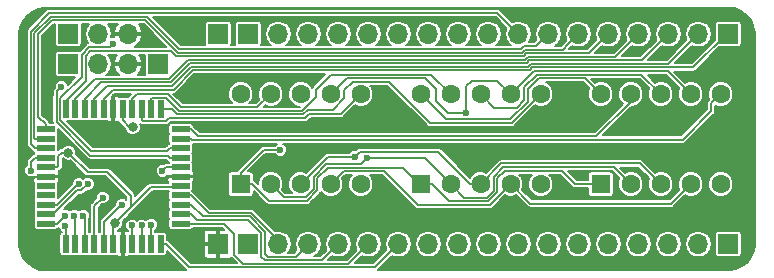
<source format=gbr>
G04 #@! TF.GenerationSoftware,KiCad,Pcbnew,(5.0.0)*
G04 #@! TF.CreationDate,2019-08-21T13:25:49-04:00*
G04 #@! TF.ProjectId,7segment,377365676D656E742E6B696361645F70,B*
G04 #@! TF.SameCoordinates,Original*
G04 #@! TF.FileFunction,Copper,L1,Top,Signal*
G04 #@! TF.FilePolarity,Positive*
%FSLAX46Y46*%
G04 Gerber Fmt 4.6, Leading zero omitted, Abs format (unit mm)*
G04 Created by KiCad (PCBNEW (5.0.0)) date 08/21/19 13:25:49*
%MOMM*%
%LPD*%
G01*
G04 APERTURE LIST*
G04 #@! TA.AperFunction,ComponentPad*
%ADD10R,1.700000X1.700000*%
G04 #@! TD*
G04 #@! TA.AperFunction,ComponentPad*
%ADD11O,1.700000X1.700000*%
G04 #@! TD*
G04 #@! TA.AperFunction,ComponentPad*
%ADD12R,1.600000X1.600000*%
G04 #@! TD*
G04 #@! TA.AperFunction,ComponentPad*
%ADD13C,1.600000*%
G04 #@! TD*
G04 #@! TA.AperFunction,SMDPad,CuDef*
%ADD14R,1.500000X0.550000*%
G04 #@! TD*
G04 #@! TA.AperFunction,SMDPad,CuDef*
%ADD15R,0.550000X1.500000*%
G04 #@! TD*
G04 #@! TA.AperFunction,ViaPad*
%ADD16C,0.800000*%
G04 #@! TD*
G04 #@! TA.AperFunction,ViaPad*
%ADD17C,0.600000*%
G04 #@! TD*
G04 #@! TA.AperFunction,Conductor*
%ADD18C,0.200000*%
G04 #@! TD*
G04 #@! TA.AperFunction,Conductor*
%ADD19C,0.150000*%
G04 #@! TD*
G04 APERTURE END LIST*
D10*
G04 #@! TO.P,J6,1*
G04 #@! TO.N,Net-(J6-Pad1)*
X59055000Y-55880000D03*
G04 #@! TD*
G04 #@! TO.P,J7,1*
G04 #@! TO.N,Net-(J6-Pad1)*
X59055000Y-38100000D03*
G04 #@! TD*
G04 #@! TO.P,J5,1*
G04 #@! TO.N,GND*
X56515000Y-55880000D03*
G04 #@! TD*
G04 #@! TO.P,JP2,1*
G04 #@! TO.N,VCC*
X43815000Y-40640000D03*
D11*
G04 #@! TO.P,JP2,2*
G04 #@! TO.N,SEL_NUMBERBASE*
X46355000Y-40640000D03*
G04 #@! TO.P,JP2,3*
G04 #@! TO.N,GND*
X48895000Y-40640000D03*
G04 #@! TD*
D10*
G04 #@! TO.P,JP1,1*
G04 #@! TO.N,VCC*
X43815000Y-38100000D03*
D11*
G04 #@! TO.P,JP1,2*
G04 #@! TO.N,SEL_LATCHMODE*
X46355000Y-38100000D03*
G04 #@! TO.P,JP1,3*
G04 #@! TO.N,GND*
X48895000Y-38100000D03*
G04 #@! TD*
D12*
G04 #@! TO.P,U4,1*
G04 #@! TO.N,SEG_E*
X88900000Y-50800000D03*
D13*
G04 #@! TO.P,U4,2*
G04 #@! TO.N,SEG_D*
X91440000Y-50800000D03*
G04 #@! TO.P,U4,3*
G04 #@! TO.N,SEG_C*
X93980000Y-50800000D03*
G04 #@! TO.P,U4,4*
G04 #@! TO.N,SEG_G*
X96520000Y-50800000D03*
G04 #@! TO.P,U4,5*
G04 #@! TO.N,Net-(U4-Pad5)*
X99060000Y-50800000D03*
G04 #@! TO.P,U4,6*
G04 #@! TO.N,D5*
X99060000Y-43180000D03*
G04 #@! TO.P,U4,7*
G04 #@! TO.N,SEG_A*
X96520000Y-43180000D03*
G04 #@! TO.P,U4,8*
G04 #@! TO.N,SEG_B*
X93980000Y-43180000D03*
G04 #@! TO.P,U4,9*
G04 #@! TO.N,D4*
X91440000Y-43180000D03*
G04 #@! TO.P,U4,10*
G04 #@! TO.N,SEG_F*
X88900000Y-43180000D03*
G04 #@! TD*
D11*
G04 #@! TO.P,J4,16*
G04 #@! TO.N,/IN15*
X61595000Y-55880000D03*
G04 #@! TO.P,J4,15*
G04 #@! TO.N,/IN14*
X64135000Y-55880000D03*
G04 #@! TO.P,J4,14*
G04 #@! TO.N,/IN13*
X66675000Y-55880000D03*
G04 #@! TO.P,J4,13*
G04 #@! TO.N,/IN12*
X69215000Y-55880000D03*
G04 #@! TO.P,J4,12*
G04 #@! TO.N,/IN11*
X71755000Y-55880000D03*
G04 #@! TO.P,J4,11*
G04 #@! TO.N,/IN10*
X74295000Y-55880000D03*
G04 #@! TO.P,J4,10*
G04 #@! TO.N,/IN9*
X76835000Y-55880000D03*
G04 #@! TO.P,J4,9*
G04 #@! TO.N,/IN8*
X79375000Y-55880000D03*
G04 #@! TO.P,J4,8*
G04 #@! TO.N,SCK*
X81915000Y-55880000D03*
G04 #@! TO.P,J4,7*
G04 #@! TO.N,MISO*
X84455000Y-55880000D03*
G04 #@! TO.P,J4,6*
G04 #@! TO.N,MOSI*
X86995000Y-55880000D03*
G04 #@! TO.P,J4,5*
G04 #@! TO.N,/IN4*
X89535000Y-55880000D03*
G04 #@! TO.P,J4,4*
G04 #@! TO.N,/IN3*
X92075000Y-55880000D03*
G04 #@! TO.P,J4,3*
G04 #@! TO.N,/IN2*
X94615000Y-55880000D03*
G04 #@! TO.P,J4,2*
G04 #@! TO.N,/IN1*
X97155000Y-55880000D03*
D10*
G04 #@! TO.P,J4,1*
G04 #@! TO.N,/IN0*
X99695000Y-55880000D03*
G04 #@! TD*
G04 #@! TO.P,J2,1*
G04 #@! TO.N,/IN0*
X99695000Y-38100000D03*
D11*
G04 #@! TO.P,J2,2*
G04 #@! TO.N,/IN1*
X97155000Y-38100000D03*
G04 #@! TO.P,J2,3*
G04 #@! TO.N,/IN2*
X94615000Y-38100000D03*
G04 #@! TO.P,J2,4*
G04 #@! TO.N,/IN3*
X92075000Y-38100000D03*
G04 #@! TO.P,J2,5*
G04 #@! TO.N,/IN4*
X89535000Y-38100000D03*
G04 #@! TO.P,J2,6*
G04 #@! TO.N,MOSI*
X86995000Y-38100000D03*
G04 #@! TO.P,J2,7*
G04 #@! TO.N,MISO*
X84455000Y-38100000D03*
G04 #@! TO.P,J2,8*
G04 #@! TO.N,SCK*
X81915000Y-38100000D03*
G04 #@! TO.P,J2,9*
G04 #@! TO.N,/IN8*
X79375000Y-38100000D03*
G04 #@! TO.P,J2,10*
G04 #@! TO.N,/IN9*
X76835000Y-38100000D03*
G04 #@! TO.P,J2,11*
G04 #@! TO.N,/IN10*
X74295000Y-38100000D03*
G04 #@! TO.P,J2,12*
G04 #@! TO.N,/IN11*
X71755000Y-38100000D03*
G04 #@! TO.P,J2,13*
G04 #@! TO.N,/IN12*
X69215000Y-38100000D03*
G04 #@! TO.P,J2,14*
G04 #@! TO.N,/IN13*
X66675000Y-38100000D03*
G04 #@! TO.P,J2,15*
G04 #@! TO.N,/IN14*
X64135000Y-38100000D03*
G04 #@! TO.P,J2,16*
G04 #@! TO.N,/IN15*
X61595000Y-38100000D03*
G04 #@! TD*
D12*
G04 #@! TO.P,U3,1*
G04 #@! TO.N,SEG_E*
X73660000Y-50800000D03*
D13*
G04 #@! TO.P,U3,2*
G04 #@! TO.N,SEG_D*
X76200000Y-50800000D03*
G04 #@! TO.P,U3,3*
G04 #@! TO.N,SEG_C*
X78740000Y-50800000D03*
G04 #@! TO.P,U3,4*
G04 #@! TO.N,SEG_G*
X81280000Y-50800000D03*
G04 #@! TO.P,U3,5*
G04 #@! TO.N,Net-(U3-Pad5)*
X83820000Y-50800000D03*
G04 #@! TO.P,U3,6*
G04 #@! TO.N,D3*
X83820000Y-43180000D03*
G04 #@! TO.P,U3,7*
G04 #@! TO.N,SEG_A*
X81280000Y-43180000D03*
G04 #@! TO.P,U3,8*
G04 #@! TO.N,SEG_B*
X78740000Y-43180000D03*
G04 #@! TO.P,U3,9*
G04 #@! TO.N,D2*
X76200000Y-43180000D03*
G04 #@! TO.P,U3,10*
G04 #@! TO.N,SEG_F*
X73660000Y-43180000D03*
G04 #@! TD*
D14*
G04 #@! TO.P,U2,1*
G04 #@! TO.N,MOSI*
X41925000Y-46165000D03*
G04 #@! TO.P,U2,2*
G04 #@! TO.N,MISO*
X41925000Y-46965000D03*
G04 #@! TO.P,U2,3*
G04 #@! TO.N,SCK*
X41925000Y-47765000D03*
G04 #@! TO.P,U2,4*
G04 #@! TO.N,~RESET*
X41925000Y-48565000D03*
G04 #@! TO.P,U2,5*
G04 #@! TO.N,VCC*
X41925000Y-49365000D03*
G04 #@! TO.P,U2,6*
G04 #@! TO.N,GND*
X41925000Y-50165000D03*
G04 #@! TO.P,U2,7*
G04 #@! TO.N,Net-(U2-Pad7)*
X41925000Y-50965000D03*
G04 #@! TO.P,U2,8*
G04 #@! TO.N,Net-(U2-Pad8)*
X41925000Y-51765000D03*
G04 #@! TO.P,U2,9*
G04 #@! TO.N,Net-(RN1-Pad1)*
X41925000Y-52565000D03*
G04 #@! TO.P,U2,10*
G04 #@! TO.N,Net-(RN1-Pad2)*
X41925000Y-53365000D03*
G04 #@! TO.P,U2,11*
G04 #@! TO.N,Net-(RN1-Pad3)*
X41925000Y-54165000D03*
D15*
G04 #@! TO.P,U2,12*
G04 #@! TO.N,Net-(RN1-Pad4)*
X43625000Y-55865000D03*
G04 #@! TO.P,U2,13*
G04 #@! TO.N,Net-(RN2-Pad8)*
X44425000Y-55865000D03*
G04 #@! TO.P,U2,14*
G04 #@! TO.N,Net-(RN2-Pad7)*
X45225000Y-55865000D03*
G04 #@! TO.P,U2,15*
G04 #@! TO.N,Net-(RN2-Pad6)*
X46025000Y-55865000D03*
G04 #@! TO.P,U2,16*
G04 #@! TO.N,Net-(J6-Pad1)*
X46825000Y-55865000D03*
G04 #@! TO.P,U2,17*
G04 #@! TO.N,VCC*
X47625000Y-55865000D03*
G04 #@! TO.P,U2,18*
G04 #@! TO.N,GND*
X48425000Y-55865000D03*
G04 #@! TO.P,U2,19*
G04 #@! TO.N,/IN8*
X49225000Y-55865000D03*
G04 #@! TO.P,U2,20*
G04 #@! TO.N,/IN9*
X50025000Y-55865000D03*
G04 #@! TO.P,U2,21*
G04 #@! TO.N,/IN10*
X50825000Y-55865000D03*
G04 #@! TO.P,U2,22*
G04 #@! TO.N,/IN11*
X51625000Y-55865000D03*
D14*
G04 #@! TO.P,U2,23*
G04 #@! TO.N,/IN12*
X53325000Y-54165000D03*
G04 #@! TO.P,U2,24*
G04 #@! TO.N,/IN13*
X53325000Y-53365000D03*
G04 #@! TO.P,U2,25*
G04 #@! TO.N,/IN14*
X53325000Y-52565000D03*
G04 #@! TO.P,U2,26*
G04 #@! TO.N,/IN15*
X53325000Y-51765000D03*
G04 #@! TO.P,U2,27*
G04 #@! TO.N,VCC*
X53325000Y-50965000D03*
G04 #@! TO.P,U2,28*
G04 #@! TO.N,GND*
X53325000Y-50165000D03*
G04 #@! TO.P,U2,29*
G04 #@! TO.N,Net-(C3-Pad2)*
X53325000Y-49365000D03*
G04 #@! TO.P,U2,30*
G04 #@! TO.N,SEL_LATCHMODE*
X53325000Y-48565000D03*
G04 #@! TO.P,U2,31*
G04 #@! TO.N,SEL_NUMBERBASE*
X53325000Y-47765000D03*
G04 #@! TO.P,U2,32*
G04 #@! TO.N,D5*
X53325000Y-46965000D03*
G04 #@! TO.P,U2,33*
G04 #@! TO.N,D4*
X53325000Y-46165000D03*
D15*
G04 #@! TO.P,U2,34*
G04 #@! TO.N,D3*
X51625000Y-44465000D03*
G04 #@! TO.P,U2,35*
G04 #@! TO.N,D2*
X50825000Y-44465000D03*
G04 #@! TO.P,U2,36*
G04 #@! TO.N,D1*
X50025000Y-44465000D03*
G04 #@! TO.P,U2,37*
G04 #@! TO.N,D0*
X49225000Y-44465000D03*
G04 #@! TO.P,U2,38*
G04 #@! TO.N,VCC*
X48425000Y-44465000D03*
G04 #@! TO.P,U2,39*
G04 #@! TO.N,GND*
X47625000Y-44465000D03*
G04 #@! TO.P,U2,40*
G04 #@! TO.N,/IN0*
X46825000Y-44465000D03*
G04 #@! TO.P,U2,41*
G04 #@! TO.N,/IN1*
X46025000Y-44465000D03*
G04 #@! TO.P,U2,42*
G04 #@! TO.N,/IN2*
X45225000Y-44465000D03*
G04 #@! TO.P,U2,43*
G04 #@! TO.N,/IN3*
X44425000Y-44465000D03*
G04 #@! TO.P,U2,44*
G04 #@! TO.N,/IN4*
X43625000Y-44465000D03*
G04 #@! TD*
D10*
G04 #@! TO.P,J3,1*
G04 #@! TO.N,/VIN*
X56515000Y-38100000D03*
G04 #@! TD*
G04 #@! TO.P,J1,1*
G04 #@! TO.N,~RESET*
X51435000Y-40640000D03*
G04 #@! TD*
D13*
G04 #@! TO.P,U1,10*
G04 #@! TO.N,SEG_F*
X58420000Y-43180000D03*
G04 #@! TO.P,U1,9*
G04 #@! TO.N,D0*
X60960000Y-43180000D03*
G04 #@! TO.P,U1,8*
G04 #@! TO.N,SEG_B*
X63500000Y-43180000D03*
G04 #@! TO.P,U1,7*
G04 #@! TO.N,SEG_A*
X66040000Y-43180000D03*
G04 #@! TO.P,U1,6*
G04 #@! TO.N,D1*
X68580000Y-43180000D03*
G04 #@! TO.P,U1,5*
G04 #@! TO.N,Net-(U1-Pad5)*
X68580000Y-50800000D03*
G04 #@! TO.P,U1,4*
G04 #@! TO.N,SEG_G*
X66040000Y-50800000D03*
G04 #@! TO.P,U1,3*
G04 #@! TO.N,SEG_C*
X63500000Y-50800000D03*
G04 #@! TO.P,U1,2*
G04 #@! TO.N,SEG_D*
X60960000Y-50800000D03*
D12*
G04 #@! TO.P,U1,1*
G04 #@! TO.N,SEG_E*
X58420000Y-50800000D03*
G04 #@! TD*
D16*
G04 #@! TO.N,VCC*
X43815000Y-48133000D03*
X49275998Y-45974000D03*
X47752000Y-54102000D03*
G04 #@! TO.N,GND*
X50927000Y-50265000D03*
X43815000Y-49149000D03*
X41910996Y-55880000D03*
X48507769Y-46614192D03*
D17*
X94107000Y-46101000D03*
X72644000Y-45974000D03*
X55880000Y-46101000D03*
X61849000Y-45847000D03*
X41910000Y-39370000D03*
X80645000Y-48133000D03*
X70485000Y-43815000D03*
X97282000Y-49530000D03*
X98933000Y-48895000D03*
X94107000Y-47752000D03*
X52705000Y-37338000D03*
X55880000Y-48260000D03*
X55880000Y-42545000D03*
X91440000Y-48260000D03*
X89027000Y-48387000D03*
X89027000Y-45085000D03*
G04 #@! TO.N,~RESET*
X40640000Y-49657000D03*
G04 #@! TO.N,Net-(RN1-Pad1)*
X44718653Y-50809521D03*
G04 #@! TO.N,Net-(RN1-Pad3)*
X43561000Y-53467000D03*
G04 #@! TO.N,Net-(RN1-Pad2)*
X45470924Y-50799728D03*
G04 #@! TO.N,Net-(RN1-Pad4)*
X43561000Y-54356000D03*
G04 #@! TO.N,Net-(RN2-Pad6)*
X46736000Y-51943000D03*
G04 #@! TO.N,Net-(RN2-Pad8)*
X44323000Y-53467000D03*
G04 #@! TO.N,Net-(RN2-Pad7)*
X45085000Y-53467000D03*
G04 #@! TO.N,SEG_D*
X69088000Y-48623990D03*
G04 #@! TO.N,SEG_E*
X61772800Y-47904398D03*
G04 #@! TO.N,SEG_C*
X68072000Y-48514000D03*
G04 #@! TO.N,SEG_A*
X77470000Y-44767500D03*
G04 #@! TO.N,/IN8*
X49225200Y-54305200D03*
G04 #@! TO.N,/IN9*
X50038004Y-54305200D03*
G04 #@! TO.N,/IN10*
X50850800Y-54254396D03*
G04 #@! TO.N,SEL_LATCHMODE*
X43230792Y-42570400D03*
G04 #@! TO.N,SEL_NUMBERBASE*
X47625000Y-38912800D03*
G04 #@! TO.N,Net-(C3-Pad2)*
X51783717Y-49675435D03*
G04 #@! TO.N,Net-(J6-Pad1)*
X48381828Y-52583172D03*
G04 #@! TD*
D18*
G04 #@! TO.N,VCC*
X43815000Y-48133000D02*
X43249315Y-48133000D01*
X43249315Y-48133000D02*
X42975001Y-48407314D01*
X42875000Y-49365000D02*
X41925000Y-49365000D01*
X42975001Y-48407314D02*
X42975001Y-49264999D01*
X42975001Y-49264999D02*
X42875000Y-49365000D01*
X48425000Y-45415000D02*
X48984000Y-45974000D01*
X48984000Y-45974000D02*
X49275998Y-45974000D01*
X48425000Y-44465000D02*
X48425000Y-45415000D01*
X47625000Y-54229000D02*
X47752000Y-54102000D01*
X48675001Y-53178001D02*
X48675001Y-53178999D01*
X47625000Y-55865000D02*
X47625000Y-54229000D01*
X48675001Y-53178999D02*
X47752000Y-54102000D01*
X50799002Y-51054000D02*
X48675001Y-53178001D01*
X53325000Y-50965000D02*
X53236000Y-51054000D01*
X53236000Y-51054000D02*
X50799002Y-51054000D01*
X45466000Y-49784000D02*
X43815000Y-48133000D01*
X47117000Y-49784000D02*
X45466000Y-49784000D01*
X49114001Y-51781001D02*
X47117000Y-49784000D01*
X48675001Y-53178001D02*
X49114001Y-52739001D01*
X49114001Y-52739001D02*
X49114001Y-51781001D01*
G04 #@! TO.N,GND*
X40975000Y-50165000D02*
X41925000Y-50165000D01*
X40513000Y-50627000D02*
X40975000Y-50165000D01*
X40513000Y-54482004D02*
X40513000Y-50627000D01*
X50927000Y-50265000D02*
X51492685Y-50265000D01*
X52375000Y-50165000D02*
X53325000Y-50165000D01*
X52264563Y-50275437D02*
X52375000Y-50165000D01*
X51503122Y-50275437D02*
X52264563Y-50275437D01*
X51492685Y-50265000D02*
X51503122Y-50275437D01*
X43815000Y-49225000D02*
X43815000Y-49149000D01*
X42875000Y-50165000D02*
X43815000Y-49225000D01*
X41925000Y-50165000D02*
X42875000Y-50165000D01*
X41910996Y-55880000D02*
X40513000Y-54482004D01*
X47625000Y-44465000D02*
X47625000Y-45731423D01*
X47625000Y-45731423D02*
X48507769Y-46614192D01*
X43180996Y-57150000D02*
X41910996Y-55880000D01*
X48260000Y-57150000D02*
X43180996Y-57150000D01*
X48425000Y-55865000D02*
X48425000Y-56985000D01*
X48425000Y-56985000D02*
X48260000Y-57150000D01*
D19*
G04 #@! TO.N,/IN0*
X99568000Y-38100000D02*
X99695000Y-38100000D01*
X96739022Y-40928978D02*
X99568000Y-38100000D01*
X83106743Y-40928978D02*
X96739022Y-40928978D01*
X46825000Y-43565000D02*
X47591000Y-42799000D01*
X46825000Y-44465000D02*
X46825000Y-43565000D01*
X47591000Y-42799000D02*
X52725222Y-42799000D01*
X52725222Y-42799000D02*
X54354155Y-41170066D01*
X54354155Y-41170066D02*
X82865656Y-41170066D01*
X82865656Y-41170066D02*
X83106743Y-40928978D01*
G04 #@! TO.N,/IN1*
X52600954Y-42498989D02*
X47091011Y-42498989D01*
X54229887Y-40870055D02*
X52600954Y-42498989D01*
X97155000Y-38100000D02*
X94626033Y-40628967D01*
X94626033Y-40628967D02*
X82982475Y-40628967D01*
X82982475Y-40628967D02*
X82741387Y-40870055D01*
X82741387Y-40870055D02*
X54229887Y-40870055D01*
X46025000Y-43565000D02*
X46025000Y-44465000D01*
X47091011Y-42498989D02*
X46025000Y-43565000D01*
G04 #@! TO.N,/IN2*
X82617120Y-40570044D02*
X82858207Y-40328956D01*
X54105619Y-40570044D02*
X82617120Y-40570044D01*
X92386044Y-40328956D02*
X93765001Y-38949999D01*
X93765001Y-38949999D02*
X94615000Y-38100000D01*
X45225000Y-44465000D02*
X45225000Y-43565000D01*
X52476686Y-42198978D02*
X54105619Y-40570044D01*
X45225000Y-43565000D02*
X46591022Y-42198978D01*
X82858207Y-40328956D02*
X92386044Y-40328956D01*
X46591022Y-42198978D02*
X52476686Y-42198978D01*
G04 #@! TO.N,/IN3*
X82492851Y-40270033D02*
X82733939Y-40028945D01*
X53981351Y-40270033D02*
X82492851Y-40270033D01*
X52352418Y-41898967D02*
X53981351Y-40270033D01*
X91225001Y-38949999D02*
X92075000Y-38100000D01*
X82733939Y-40028945D02*
X90146055Y-40028945D01*
X90146055Y-40028945D02*
X91225001Y-38949999D01*
X44425000Y-44465000D02*
X44425000Y-43565000D01*
X46091033Y-41898967D02*
X52352418Y-41898967D01*
X44425000Y-43565000D02*
X46091033Y-41898967D01*
G04 #@! TO.N,/IN4*
X45279999Y-42096001D02*
X43625000Y-43751000D01*
X45279999Y-39937001D02*
X45279999Y-42096001D01*
X48354999Y-39514999D02*
X48347598Y-39522400D01*
X48347598Y-39522400D02*
X45694600Y-39522400D01*
X49435001Y-39514999D02*
X48354999Y-39514999D01*
X43625000Y-43751000D02*
X43625000Y-44465000D01*
X45694600Y-39522400D02*
X45279999Y-39937001D01*
X49442402Y-39522400D02*
X49435001Y-39514999D01*
X87906066Y-39728934D02*
X82609671Y-39728934D01*
X89535000Y-38100000D02*
X87906066Y-39728934D01*
X82609671Y-39728934D02*
X82368584Y-39970022D01*
X82368584Y-39970022D02*
X52964464Y-39970022D01*
X52964464Y-39970022D02*
X52516842Y-39522400D01*
X52516842Y-39522400D02*
X49442402Y-39522400D01*
G04 #@! TO.N,~RESET*
X40640000Y-48950000D02*
X40640000Y-49657000D01*
X41925000Y-48565000D02*
X41025000Y-48565000D01*
X41025000Y-48565000D02*
X40640000Y-48950000D01*
G04 #@! TO.N,Net-(RN1-Pad1)*
X44651201Y-50809521D02*
X44718653Y-50809521D01*
X42895722Y-52565000D02*
X44651201Y-50809521D01*
X41925000Y-52565000D02*
X42895722Y-52565000D01*
G04 #@! TO.N,Net-(RN1-Pad3)*
X42863000Y-54165000D02*
X43561000Y-53467000D01*
X41925000Y-54165000D02*
X42863000Y-54165000D01*
G04 #@! TO.N,Net-(RN1-Pad2)*
X42520000Y-53365000D02*
X41925000Y-53365000D01*
X44933772Y-51336880D02*
X44548120Y-51336880D01*
X45470924Y-50799728D02*
X44933772Y-51336880D01*
X44548120Y-51336880D02*
X42520000Y-53365000D01*
G04 #@! TO.N,Net-(RN1-Pad4)*
X43625000Y-55865000D02*
X43625000Y-54420000D01*
X43625000Y-54420000D02*
X43561000Y-54356000D01*
G04 #@! TO.N,Net-(RN2-Pad6)*
X46025000Y-52654000D02*
X46736000Y-51943000D01*
X46025000Y-55865000D02*
X46025000Y-52654000D01*
G04 #@! TO.N,Net-(RN2-Pad8)*
X44425000Y-55865000D02*
X44425000Y-53569000D01*
X44425000Y-53569000D02*
X44323000Y-53467000D01*
G04 #@! TO.N,Net-(RN2-Pad7)*
X45225000Y-55865000D02*
X45225000Y-53607000D01*
X45225000Y-53607000D02*
X45085000Y-53467000D01*
G04 #@! TO.N,D0*
X59828033Y-44311967D02*
X60960000Y-43180000D01*
X52223380Y-43189988D02*
X53345359Y-44311967D01*
X53345359Y-44311967D02*
X59828033Y-44311967D01*
X49225000Y-43565000D02*
X49600012Y-43189988D01*
X49225000Y-44465000D02*
X49225000Y-43565000D01*
X49600012Y-43189988D02*
X52223380Y-43189988D01*
G04 #@! TO.N,D1*
X66929000Y-44831000D02*
X68580000Y-43180000D01*
X64214560Y-44831000D02*
X66929000Y-44831000D01*
X50025000Y-45365000D02*
X50126000Y-45466000D01*
X50025000Y-44465000D02*
X50025000Y-45365000D01*
X50126000Y-45466000D02*
X52070000Y-45466000D01*
X52070000Y-45466000D02*
X52324000Y-45212000D01*
X52324000Y-45212000D02*
X63833560Y-45212000D01*
X63833560Y-45212000D02*
X64214560Y-44831000D01*
G04 #@! TO.N,SEG_D*
X74023990Y-48623990D02*
X69088000Y-48623990D01*
X68609001Y-49102989D02*
X69088000Y-48623990D01*
X65661732Y-49102989D02*
X68609001Y-49102989D01*
X60960000Y-50800000D02*
X62056989Y-51896989D01*
X62056989Y-51896989D02*
X63920013Y-51896989D01*
X63920013Y-51896989D02*
X64596989Y-51220013D01*
X76200000Y-50800000D02*
X74023990Y-48623990D01*
X64596989Y-51220013D02*
X64596989Y-50167732D01*
X64596989Y-50167732D02*
X65661732Y-49102989D01*
X89996989Y-49356989D02*
X91440000Y-50800000D01*
X80647732Y-49356989D02*
X89996989Y-49356989D01*
X79836989Y-50167732D02*
X80647732Y-49356989D01*
X76200000Y-50800000D02*
X77343000Y-51943000D01*
X77343000Y-51943000D02*
X79248000Y-51943000D01*
X79248000Y-51943000D02*
X79836989Y-51354011D01*
X79836989Y-51354011D02*
X79836989Y-50167732D01*
G04 #@! TO.N,SEG_E*
X58420000Y-49850000D02*
X58420000Y-50800000D01*
X60365602Y-47904398D02*
X58420000Y-49850000D01*
X61772800Y-47904398D02*
X60365602Y-47904398D01*
X58420000Y-50800000D02*
X59370000Y-50800000D01*
X64897000Y-50292000D02*
X65786000Y-49403000D01*
X72136000Y-49403000D02*
X73533000Y-50800000D01*
X59370000Y-50800000D02*
X60767000Y-52197000D01*
X60767000Y-52197000D02*
X64044281Y-52197000D01*
X64044281Y-52197000D02*
X64897000Y-51344281D01*
X64897000Y-51344281D02*
X64897000Y-50292000D01*
X65786000Y-49403000D02*
X72136000Y-49403000D01*
X73533000Y-50800000D02*
X73660000Y-50800000D01*
X86741000Y-50800000D02*
X88900000Y-50800000D01*
X80772000Y-49657000D02*
X85598000Y-49657000D01*
X74610000Y-50800000D02*
X76053011Y-52243011D01*
X85598000Y-49657000D02*
X86741000Y-50800000D01*
X73660000Y-50800000D02*
X74610000Y-50800000D01*
X76053011Y-52243011D02*
X79372268Y-52243011D01*
X79372268Y-52243011D02*
X80137000Y-51478279D01*
X80137000Y-51478279D02*
X80137000Y-50292000D01*
X80137000Y-50292000D02*
X80772000Y-49657000D01*
G04 #@! TO.N,SEG_C*
X65786000Y-48514000D02*
X68072000Y-48514000D01*
X63500000Y-50800000D02*
X65786000Y-48514000D01*
X68487012Y-48098988D02*
X68072000Y-48514000D01*
X75149988Y-48098988D02*
X68487012Y-48098988D01*
X78740000Y-50800000D02*
X77851000Y-50800000D01*
X77851000Y-50800000D02*
X75149988Y-48098988D01*
X92236978Y-49056978D02*
X80483022Y-49056978D01*
X93980000Y-50800000D02*
X92236978Y-49056978D01*
X80483022Y-49056978D02*
X78740000Y-50800000D01*
G04 #@! TO.N,SEG_G*
X66040000Y-50800000D02*
X67136990Y-49703010D01*
X67136990Y-49703010D02*
X70558008Y-49703010D01*
X70558008Y-49703010D02*
X73432998Y-52578000D01*
X73432998Y-52578000D02*
X79502000Y-52578000D01*
X79502000Y-52578000D02*
X81280000Y-50800000D01*
X82931000Y-52451000D02*
X81280000Y-50800000D01*
X96520000Y-50800000D02*
X94869000Y-52451000D01*
X94869000Y-52451000D02*
X82931000Y-52451000D01*
G04 #@! TO.N,SEG_F*
X75798389Y-45318389D02*
X81216890Y-45318389D01*
X73660000Y-43180000D02*
X75798389Y-45318389D01*
X81216890Y-45318389D02*
X82723011Y-43812268D01*
X87566500Y-41846500D02*
X88900000Y-43180000D01*
X82723011Y-43812268D02*
X82723011Y-42752989D01*
X83629500Y-41846500D02*
X87566500Y-41846500D01*
X82723011Y-42752989D02*
X83629500Y-41846500D01*
G04 #@! TO.N,SEG_B*
X79883000Y-44323000D02*
X78740000Y-43180000D01*
X81788000Y-44323000D02*
X79883000Y-44323000D01*
X83482278Y-41529000D02*
X82423000Y-42588278D01*
X92329000Y-41529000D02*
X83482278Y-41529000D01*
X82423000Y-42588278D02*
X82423000Y-43688000D01*
X93980000Y-43180000D02*
X92329000Y-41529000D01*
X82423000Y-43688000D02*
X81788000Y-44323000D01*
G04 #@! TO.N,SEG_A*
X94568989Y-41228989D02*
X96520000Y-43180000D01*
X81280000Y-43180000D02*
X83231011Y-41228989D01*
X83231011Y-41228989D02*
X94568989Y-41228989D01*
X74930000Y-43751500D02*
X75946000Y-44767500D01*
X75946000Y-44767500D02*
X77470000Y-44767500D01*
X67390989Y-41829011D02*
X74043732Y-41829011D01*
X74043732Y-41829011D02*
X74930000Y-42715279D01*
X81280000Y-43180000D02*
X80137000Y-42037000D01*
X80137000Y-42037000D02*
X77968999Y-42037000D01*
X77968999Y-42037000D02*
X77470000Y-42535999D01*
X77470000Y-42535999D02*
X77470000Y-44767500D01*
X74930000Y-42715279D02*
X74930000Y-43751500D01*
X66040000Y-43180000D02*
X67390989Y-41829011D01*
G04 #@! TO.N,MOSI*
X50340744Y-36922022D02*
X53088732Y-39670011D01*
X42452978Y-36922022D02*
X50340744Y-36922022D01*
X41275000Y-45090000D02*
X41275000Y-38100000D01*
X41275000Y-38100000D02*
X42452978Y-36922022D01*
X41925000Y-45740000D02*
X41275000Y-45090000D01*
X41925000Y-46165000D02*
X41925000Y-45740000D01*
X53088732Y-39670011D02*
X82244315Y-39670011D01*
X82244315Y-39670011D02*
X82485403Y-39428923D01*
X82485403Y-39428923D02*
X85666077Y-39428923D01*
X85666077Y-39428923D02*
X86145001Y-38949999D01*
X86145001Y-38949999D02*
X86995000Y-38100000D01*
G04 #@! TO.N,MISO*
X42328710Y-36622011D02*
X50465012Y-36622011D01*
X40949999Y-38000722D02*
X42328710Y-36622011D01*
X40949999Y-46889999D02*
X40949999Y-38000722D01*
X83605001Y-38949999D02*
X84455000Y-38100000D01*
X41925000Y-46965000D02*
X41025000Y-46965000D01*
X41025000Y-46965000D02*
X40949999Y-46889999D01*
X50465012Y-36622011D02*
X53213000Y-39370000D01*
X53213000Y-39370000D02*
X82120048Y-39370000D01*
X82120048Y-39370000D02*
X82361135Y-39128912D01*
X82361135Y-39128912D02*
X83426088Y-39128912D01*
X83426088Y-39128912D02*
X83605001Y-38949999D01*
G04 #@! TO.N,SCK*
X81915000Y-38100000D02*
X80137000Y-36322000D01*
X40640000Y-47380000D02*
X41025000Y-47765000D01*
X41025000Y-47765000D02*
X41925000Y-47765000D01*
X40640000Y-37886442D02*
X40640000Y-47380000D01*
X80137000Y-36322000D02*
X42204442Y-36322000D01*
X42204442Y-36322000D02*
X40640000Y-37886442D01*
G04 #@! TO.N,/IN8*
X49225000Y-55865000D02*
X49225000Y-54305400D01*
X49225000Y-54305400D02*
X49225200Y-54305200D01*
G04 #@! TO.N,/IN9*
X50025000Y-54318204D02*
X50038004Y-54305200D01*
X50025000Y-55865000D02*
X50025000Y-54318204D01*
G04 #@! TO.N,/IN10*
X50825000Y-54280196D02*
X50850800Y-54254396D01*
X50825000Y-55865000D02*
X50825000Y-54280196D01*
G04 #@! TO.N,/IN11*
X52050000Y-55865000D02*
X51625000Y-55865000D01*
X69773800Y-57861200D02*
X54046200Y-57861200D01*
X54046200Y-57861200D02*
X52050000Y-55865000D01*
X71755000Y-55880000D02*
X69773800Y-57861200D01*
G04 #@! TO.N,/IN12*
X68365001Y-56729999D02*
X69215000Y-55880000D01*
X56995002Y-54165000D02*
X57861200Y-55031198D01*
X53325000Y-54165000D02*
X56995002Y-54165000D01*
X57861200Y-55031198D02*
X57861200Y-56791202D01*
X57861200Y-56791202D02*
X58631187Y-57561189D01*
X58631187Y-57561189D02*
X67533811Y-57561189D01*
X67533811Y-57561189D02*
X68365001Y-56729999D01*
G04 #@! TO.N,/IN13*
X54698422Y-53838422D02*
X59035066Y-53838422D01*
X59035066Y-53838422D02*
X60130001Y-54933357D01*
X60452000Y-57261178D02*
X65293822Y-57261178D01*
X65293822Y-57261178D02*
X65825001Y-56729999D01*
X60130001Y-54933357D02*
X60130001Y-56939179D01*
X60130001Y-56939179D02*
X60452000Y-57261178D01*
X54225000Y-53365000D02*
X54698422Y-53838422D01*
X65825001Y-56729999D02*
X66675000Y-55880000D01*
X53325000Y-53365000D02*
X54225000Y-53365000D01*
G04 #@! TO.N,/IN14*
X64135000Y-55880000D02*
X63053833Y-56961167D01*
X60452000Y-54831078D02*
X59159333Y-53538411D01*
X63053833Y-56961167D02*
X60690178Y-56961167D01*
X55198411Y-53538411D02*
X54225000Y-52565000D01*
X54225000Y-52565000D02*
X53325000Y-52565000D01*
X60690178Y-56961167D02*
X60452000Y-56722989D01*
X60452000Y-56722989D02*
X60452000Y-54831078D01*
X59159333Y-53538411D02*
X55198411Y-53538411D01*
G04 #@! TO.N,/IN15*
X61595000Y-55880000D02*
X61595000Y-55549800D01*
X61595000Y-55549800D02*
X59283600Y-53238400D01*
X59283600Y-53238400D02*
X55698400Y-53238400D01*
X54225000Y-51765000D02*
X53325000Y-51765000D01*
X55698400Y-53238400D02*
X54225000Y-51765000D01*
G04 #@! TO.N,D3*
X53039989Y-44911989D02*
X52593000Y-44465000D01*
X63709292Y-44911989D02*
X53039989Y-44911989D01*
X64090292Y-44530989D02*
X63709292Y-44911989D01*
X66206013Y-44530989D02*
X64090292Y-44530989D01*
X67183000Y-43554002D02*
X66206013Y-44530989D01*
X52593000Y-44465000D02*
X51625000Y-44465000D01*
X81381600Y-45618400D02*
X74447400Y-45618400D01*
X83820000Y-43180000D02*
X81381600Y-45618400D01*
X70958022Y-42129022D02*
X67916478Y-42129022D01*
X67916478Y-42129022D02*
X67183000Y-42862500D01*
X74447400Y-45618400D02*
X70958022Y-42129022D01*
X67183000Y-42862500D02*
X67183000Y-43554002D01*
G04 #@! TO.N,D2*
X50825000Y-43565000D02*
X50900001Y-43489999D01*
X50900001Y-43489999D02*
X52082720Y-43489999D01*
X63585024Y-44611978D02*
X64770000Y-43427002D01*
X74549000Y-41529000D02*
X76200000Y-43180000D01*
X50825000Y-44465000D02*
X50825000Y-43565000D01*
X64770000Y-43427002D02*
X64770000Y-42799000D01*
X53204699Y-44611978D02*
X63585024Y-44611978D01*
X66040000Y-41529000D02*
X74549000Y-41529000D01*
X64770000Y-42799000D02*
X66040000Y-41529000D01*
X52082720Y-43489999D02*
X53204699Y-44611978D01*
G04 #@! TO.N,D5*
X98260001Y-43979999D02*
X99060000Y-43180000D01*
X98260001Y-44614999D02*
X98260001Y-43979999D01*
X95838989Y-47036011D02*
X98260001Y-44614999D01*
X54296011Y-47036011D02*
X95838989Y-47036011D01*
X53325000Y-46965000D02*
X54225000Y-46965000D01*
X54225000Y-46965000D02*
X54296011Y-47036011D01*
G04 #@! TO.N,D4*
X54225000Y-46165000D02*
X53325000Y-46165000D01*
X54796000Y-46736000D02*
X54225000Y-46165000D01*
X88519000Y-46736000D02*
X54796000Y-46736000D01*
X91440000Y-43815000D02*
X88519000Y-46736000D01*
X91440000Y-43180000D02*
X91440000Y-43815000D01*
G04 #@! TO.N,SEL_LATCHMODE*
X42900001Y-42901191D02*
X43230792Y-42570400D01*
X42900001Y-43335718D02*
X42900001Y-42901191D01*
X52247000Y-48387000D02*
X45692719Y-48387000D01*
X42824988Y-43410731D02*
X42900001Y-43335718D01*
X53325000Y-48565000D02*
X52425000Y-48565000D01*
X52425000Y-48565000D02*
X52247000Y-48387000D01*
X45692719Y-48387000D02*
X42824988Y-45519269D01*
X42824988Y-45519269D02*
X42824988Y-43410731D01*
G04 #@! TO.N,SEL_NUMBERBASE*
X45579923Y-39212799D02*
X44958000Y-39834722D01*
X44958000Y-41721802D02*
X43124999Y-43554803D01*
X43124999Y-43554803D02*
X43124999Y-45395002D01*
X44958000Y-39834722D02*
X44958000Y-41721802D01*
X52425000Y-47765000D02*
X53325000Y-47765000D01*
X45735997Y-48006000D02*
X52184000Y-48006000D01*
X52184000Y-48006000D02*
X52425000Y-47765000D01*
X47325001Y-39212799D02*
X45579923Y-39212799D01*
X47625000Y-38912800D02*
X47325001Y-39212799D01*
X43124999Y-45395002D02*
X45735997Y-48006000D01*
G04 #@! TO.N,Net-(C3-Pad2)*
X52094152Y-49365000D02*
X51783717Y-49675435D01*
X53325000Y-49365000D02*
X52094152Y-49365000D01*
G04 #@! TO.N,Net-(J6-Pad1)*
X48254828Y-52583172D02*
X48381828Y-52583172D01*
X46825000Y-55865000D02*
X46825000Y-54013000D01*
X46825000Y-54013000D02*
X48254828Y-52583172D01*
G04 #@! TD*
G04 #@! TO.N,GND*
G36*
X100251471Y-35932683D02*
X100772979Y-36139162D01*
X101226753Y-36468848D01*
X101584281Y-36901025D01*
X101823100Y-37408540D01*
X101930878Y-37973533D01*
X101935000Y-38104714D01*
X101935001Y-55861120D01*
X101862317Y-56436470D01*
X101655838Y-56957978D01*
X101326152Y-57411752D01*
X100893974Y-57769281D01*
X100386460Y-58008100D01*
X99821468Y-58115878D01*
X99690287Y-58120000D01*
X70016460Y-58120000D01*
X70026135Y-58113535D01*
X70045662Y-58084311D01*
X71240635Y-56889338D01*
X71316047Y-56939727D01*
X71644197Y-57005000D01*
X71865803Y-57005000D01*
X72193953Y-56939727D01*
X72566080Y-56691080D01*
X72814727Y-56318953D01*
X72902040Y-55880000D01*
X73147960Y-55880000D01*
X73235273Y-56318953D01*
X73483920Y-56691080D01*
X73856047Y-56939727D01*
X74184197Y-57005000D01*
X74405803Y-57005000D01*
X74733953Y-56939727D01*
X75106080Y-56691080D01*
X75354727Y-56318953D01*
X75442040Y-55880000D01*
X75687960Y-55880000D01*
X75775273Y-56318953D01*
X76023920Y-56691080D01*
X76396047Y-56939727D01*
X76724197Y-57005000D01*
X76945803Y-57005000D01*
X77273953Y-56939727D01*
X77646080Y-56691080D01*
X77894727Y-56318953D01*
X77982040Y-55880000D01*
X78227960Y-55880000D01*
X78315273Y-56318953D01*
X78563920Y-56691080D01*
X78936047Y-56939727D01*
X79264197Y-57005000D01*
X79485803Y-57005000D01*
X79813953Y-56939727D01*
X80186080Y-56691080D01*
X80434727Y-56318953D01*
X80522040Y-55880000D01*
X80767960Y-55880000D01*
X80855273Y-56318953D01*
X81103920Y-56691080D01*
X81476047Y-56939727D01*
X81804197Y-57005000D01*
X82025803Y-57005000D01*
X82353953Y-56939727D01*
X82726080Y-56691080D01*
X82974727Y-56318953D01*
X83062040Y-55880000D01*
X83307960Y-55880000D01*
X83395273Y-56318953D01*
X83643920Y-56691080D01*
X84016047Y-56939727D01*
X84344197Y-57005000D01*
X84565803Y-57005000D01*
X84893953Y-56939727D01*
X85266080Y-56691080D01*
X85514727Y-56318953D01*
X85602040Y-55880000D01*
X85847960Y-55880000D01*
X85935273Y-56318953D01*
X86183920Y-56691080D01*
X86556047Y-56939727D01*
X86884197Y-57005000D01*
X87105803Y-57005000D01*
X87433953Y-56939727D01*
X87806080Y-56691080D01*
X88054727Y-56318953D01*
X88142040Y-55880000D01*
X88387960Y-55880000D01*
X88475273Y-56318953D01*
X88723920Y-56691080D01*
X89096047Y-56939727D01*
X89424197Y-57005000D01*
X89645803Y-57005000D01*
X89973953Y-56939727D01*
X90346080Y-56691080D01*
X90594727Y-56318953D01*
X90682040Y-55880000D01*
X90927960Y-55880000D01*
X91015273Y-56318953D01*
X91263920Y-56691080D01*
X91636047Y-56939727D01*
X91964197Y-57005000D01*
X92185803Y-57005000D01*
X92513953Y-56939727D01*
X92886080Y-56691080D01*
X93134727Y-56318953D01*
X93222040Y-55880000D01*
X93467960Y-55880000D01*
X93555273Y-56318953D01*
X93803920Y-56691080D01*
X94176047Y-56939727D01*
X94504197Y-57005000D01*
X94725803Y-57005000D01*
X95053953Y-56939727D01*
X95426080Y-56691080D01*
X95674727Y-56318953D01*
X95762040Y-55880000D01*
X96007960Y-55880000D01*
X96095273Y-56318953D01*
X96343920Y-56691080D01*
X96716047Y-56939727D01*
X97044197Y-57005000D01*
X97265803Y-57005000D01*
X97593953Y-56939727D01*
X97966080Y-56691080D01*
X98214727Y-56318953D01*
X98302040Y-55880000D01*
X98214727Y-55441047D01*
X97966080Y-55068920D01*
X97907833Y-55030000D01*
X98564613Y-55030000D01*
X98564613Y-56730000D01*
X98585956Y-56837299D01*
X98646736Y-56928264D01*
X98737701Y-56989044D01*
X98845000Y-57010387D01*
X100545000Y-57010387D01*
X100652299Y-56989044D01*
X100743264Y-56928264D01*
X100804044Y-56837299D01*
X100825387Y-56730000D01*
X100825387Y-55030000D01*
X100804044Y-54922701D01*
X100743264Y-54831736D01*
X100652299Y-54770956D01*
X100545000Y-54749613D01*
X98845000Y-54749613D01*
X98737701Y-54770956D01*
X98646736Y-54831736D01*
X98585956Y-54922701D01*
X98564613Y-55030000D01*
X97907833Y-55030000D01*
X97593953Y-54820273D01*
X97265803Y-54755000D01*
X97044197Y-54755000D01*
X96716047Y-54820273D01*
X96343920Y-55068920D01*
X96095273Y-55441047D01*
X96007960Y-55880000D01*
X95762040Y-55880000D01*
X95674727Y-55441047D01*
X95426080Y-55068920D01*
X95053953Y-54820273D01*
X94725803Y-54755000D01*
X94504197Y-54755000D01*
X94176047Y-54820273D01*
X93803920Y-55068920D01*
X93555273Y-55441047D01*
X93467960Y-55880000D01*
X93222040Y-55880000D01*
X93134727Y-55441047D01*
X92886080Y-55068920D01*
X92513953Y-54820273D01*
X92185803Y-54755000D01*
X91964197Y-54755000D01*
X91636047Y-54820273D01*
X91263920Y-55068920D01*
X91015273Y-55441047D01*
X90927960Y-55880000D01*
X90682040Y-55880000D01*
X90594727Y-55441047D01*
X90346080Y-55068920D01*
X89973953Y-54820273D01*
X89645803Y-54755000D01*
X89424197Y-54755000D01*
X89096047Y-54820273D01*
X88723920Y-55068920D01*
X88475273Y-55441047D01*
X88387960Y-55880000D01*
X88142040Y-55880000D01*
X88054727Y-55441047D01*
X87806080Y-55068920D01*
X87433953Y-54820273D01*
X87105803Y-54755000D01*
X86884197Y-54755000D01*
X86556047Y-54820273D01*
X86183920Y-55068920D01*
X85935273Y-55441047D01*
X85847960Y-55880000D01*
X85602040Y-55880000D01*
X85514727Y-55441047D01*
X85266080Y-55068920D01*
X84893953Y-54820273D01*
X84565803Y-54755000D01*
X84344197Y-54755000D01*
X84016047Y-54820273D01*
X83643920Y-55068920D01*
X83395273Y-55441047D01*
X83307960Y-55880000D01*
X83062040Y-55880000D01*
X82974727Y-55441047D01*
X82726080Y-55068920D01*
X82353953Y-54820273D01*
X82025803Y-54755000D01*
X81804197Y-54755000D01*
X81476047Y-54820273D01*
X81103920Y-55068920D01*
X80855273Y-55441047D01*
X80767960Y-55880000D01*
X80522040Y-55880000D01*
X80434727Y-55441047D01*
X80186080Y-55068920D01*
X79813953Y-54820273D01*
X79485803Y-54755000D01*
X79264197Y-54755000D01*
X78936047Y-54820273D01*
X78563920Y-55068920D01*
X78315273Y-55441047D01*
X78227960Y-55880000D01*
X77982040Y-55880000D01*
X77894727Y-55441047D01*
X77646080Y-55068920D01*
X77273953Y-54820273D01*
X76945803Y-54755000D01*
X76724197Y-54755000D01*
X76396047Y-54820273D01*
X76023920Y-55068920D01*
X75775273Y-55441047D01*
X75687960Y-55880000D01*
X75442040Y-55880000D01*
X75354727Y-55441047D01*
X75106080Y-55068920D01*
X74733953Y-54820273D01*
X74405803Y-54755000D01*
X74184197Y-54755000D01*
X73856047Y-54820273D01*
X73483920Y-55068920D01*
X73235273Y-55441047D01*
X73147960Y-55880000D01*
X72902040Y-55880000D01*
X72814727Y-55441047D01*
X72566080Y-55068920D01*
X72193953Y-54820273D01*
X71865803Y-54755000D01*
X71644197Y-54755000D01*
X71316047Y-54820273D01*
X70943920Y-55068920D01*
X70695273Y-55441047D01*
X70607960Y-55880000D01*
X70695273Y-56318953D01*
X70745662Y-56394365D01*
X69628827Y-57511200D01*
X68078773Y-57511200D01*
X68636860Y-56953114D01*
X68636862Y-56953111D01*
X68700635Y-56889338D01*
X68776047Y-56939727D01*
X69104197Y-57005000D01*
X69325803Y-57005000D01*
X69653953Y-56939727D01*
X70026080Y-56691080D01*
X70274727Y-56318953D01*
X70362040Y-55880000D01*
X70274727Y-55441047D01*
X70026080Y-55068920D01*
X69653953Y-54820273D01*
X69325803Y-54755000D01*
X69104197Y-54755000D01*
X68776047Y-54820273D01*
X68403920Y-55068920D01*
X68155273Y-55441047D01*
X68067960Y-55880000D01*
X68155273Y-56318953D01*
X68205662Y-56394365D01*
X68141889Y-56458138D01*
X68141886Y-56458140D01*
X67388838Y-57211189D01*
X65838785Y-57211189D01*
X66096861Y-56953114D01*
X66096865Y-56953108D01*
X66160635Y-56889338D01*
X66236047Y-56939727D01*
X66564197Y-57005000D01*
X66785803Y-57005000D01*
X67113953Y-56939727D01*
X67486080Y-56691080D01*
X67734727Y-56318953D01*
X67822040Y-55880000D01*
X67734727Y-55441047D01*
X67486080Y-55068920D01*
X67113953Y-54820273D01*
X66785803Y-54755000D01*
X66564197Y-54755000D01*
X66236047Y-54820273D01*
X65863920Y-55068920D01*
X65615273Y-55441047D01*
X65527960Y-55880000D01*
X65615273Y-56318953D01*
X65665662Y-56394365D01*
X65601892Y-56458135D01*
X65601886Y-56458139D01*
X65148849Y-56911178D01*
X64616680Y-56911178D01*
X64946080Y-56691080D01*
X65194727Y-56318953D01*
X65282040Y-55880000D01*
X65194727Y-55441047D01*
X64946080Y-55068920D01*
X64573953Y-54820273D01*
X64245803Y-54755000D01*
X64024197Y-54755000D01*
X63696047Y-54820273D01*
X63323920Y-55068920D01*
X63075273Y-55441047D01*
X62987960Y-55880000D01*
X63075273Y-56318953D01*
X63125662Y-56394365D01*
X62908860Y-56611167D01*
X62459476Y-56611167D01*
X62654727Y-56318953D01*
X62742040Y-55880000D01*
X62654727Y-55441047D01*
X62406080Y-55068920D01*
X62033953Y-54820273D01*
X61705803Y-54755000D01*
X61484197Y-54755000D01*
X61326535Y-54786361D01*
X59555462Y-53015289D01*
X59535935Y-52986065D01*
X59420163Y-52908708D01*
X59318068Y-52888400D01*
X59318064Y-52888400D01*
X59283600Y-52881545D01*
X59249136Y-52888400D01*
X55843375Y-52888400D01*
X54496862Y-51541889D01*
X54477335Y-51512665D01*
X54361563Y-51435308D01*
X54343806Y-51431776D01*
X54334044Y-51382701D01*
X54322217Y-51365000D01*
X54334044Y-51347299D01*
X54355387Y-51240000D01*
X54355387Y-50690000D01*
X54355378Y-50689953D01*
X54392910Y-50652421D01*
X54450000Y-50514592D01*
X54450000Y-50333750D01*
X54356250Y-50240000D01*
X53400000Y-50240000D01*
X53400000Y-50260000D01*
X53250000Y-50260000D01*
X53250000Y-50240000D01*
X52293750Y-50240000D01*
X52200000Y-50333750D01*
X52200000Y-50514592D01*
X52257090Y-50652421D01*
X52283669Y-50679000D01*
X50835928Y-50679000D01*
X50799001Y-50671655D01*
X50762075Y-50679000D01*
X50762071Y-50679000D01*
X50652685Y-50700758D01*
X50652684Y-50700759D01*
X50652683Y-50700759D01*
X50559951Y-50762721D01*
X50559950Y-50762722D01*
X50528643Y-50783641D01*
X50507724Y-50814948D01*
X49489001Y-51833671D01*
X49489001Y-51817927D01*
X49496346Y-51781001D01*
X49489001Y-51744075D01*
X49489001Y-51744070D01*
X49467243Y-51634684D01*
X49417337Y-51559995D01*
X49405280Y-51541950D01*
X49405279Y-51541949D01*
X49384360Y-51510642D01*
X49353053Y-51489723D01*
X47408280Y-49544951D01*
X47387359Y-49513641D01*
X47263317Y-49430758D01*
X47153931Y-49409000D01*
X47153926Y-49409000D01*
X47117000Y-49401655D01*
X47080074Y-49409000D01*
X45621330Y-49409000D01*
X44486953Y-48274623D01*
X44490000Y-48267266D01*
X44490000Y-47998734D01*
X44387237Y-47750643D01*
X44197357Y-47560763D01*
X43949266Y-47458000D01*
X43680734Y-47458000D01*
X43432643Y-47560763D01*
X43242763Y-47750643D01*
X43242169Y-47752076D01*
X43212389Y-47758000D01*
X43212384Y-47758000D01*
X43102998Y-47779758D01*
X43064379Y-47805563D01*
X43010264Y-47841721D01*
X43010263Y-47841722D01*
X42978956Y-47862641D01*
X42958037Y-47893948D01*
X42955387Y-47896598D01*
X42955387Y-47490000D01*
X42934044Y-47382701D01*
X42922217Y-47365000D01*
X42934044Y-47347299D01*
X42955387Y-47240000D01*
X42955387Y-46690000D01*
X42934044Y-46582701D01*
X42922217Y-46565000D01*
X42934044Y-46547299D01*
X42955387Y-46440000D01*
X42955387Y-46144641D01*
X45420859Y-48610114D01*
X45440384Y-48639335D01*
X45556156Y-48716692D01*
X45658251Y-48737000D01*
X45658254Y-48737000D01*
X45692718Y-48743855D01*
X45727182Y-48737000D01*
X52102027Y-48737000D01*
X52153138Y-48788111D01*
X52172665Y-48817335D01*
X52288437Y-48894692D01*
X52306194Y-48898224D01*
X52315956Y-48947299D01*
X52327783Y-48965000D01*
X52315956Y-48982701D01*
X52309531Y-49015000D01*
X52128614Y-49015000D01*
X52094151Y-49008145D01*
X52059688Y-49015000D01*
X52059684Y-49015000D01*
X51957589Y-49035308D01*
X51931111Y-49053000D01*
X51877234Y-49089000D01*
X51860120Y-49100435D01*
X51669342Y-49100435D01*
X51458006Y-49187973D01*
X51296255Y-49349724D01*
X51208717Y-49561060D01*
X51208717Y-49789810D01*
X51296255Y-50001146D01*
X51458006Y-50162897D01*
X51669342Y-50250435D01*
X51898092Y-50250435D01*
X52109428Y-50162897D01*
X52238038Y-50034288D01*
X52293750Y-50090000D01*
X53250000Y-50090000D01*
X53250000Y-50070000D01*
X53400000Y-50070000D01*
X53400000Y-50090000D01*
X54356250Y-50090000D01*
X54450000Y-49996250D01*
X54450000Y-49815408D01*
X54392910Y-49677579D01*
X54355378Y-49640047D01*
X54355387Y-49640000D01*
X54355387Y-49090000D01*
X54334044Y-48982701D01*
X54322217Y-48965000D01*
X54334044Y-48947299D01*
X54355387Y-48840000D01*
X54355387Y-48290000D01*
X54334044Y-48182701D01*
X54322217Y-48165000D01*
X54334044Y-48147299D01*
X54355387Y-48040000D01*
X54355387Y-47490000D01*
X54334702Y-47386011D01*
X61521749Y-47386011D01*
X61447089Y-47416936D01*
X61309627Y-47554398D01*
X60400066Y-47554398D01*
X60365602Y-47547543D01*
X60331138Y-47554398D01*
X60331134Y-47554398D01*
X60229039Y-47574706D01*
X60142487Y-47632538D01*
X60142485Y-47632540D01*
X60113267Y-47652063D01*
X60093744Y-47681281D01*
X58196887Y-49578140D01*
X58167665Y-49597666D01*
X58090308Y-49713438D01*
X58089080Y-49719613D01*
X57620000Y-49719613D01*
X57512701Y-49740956D01*
X57421736Y-49801736D01*
X57360956Y-49892701D01*
X57339613Y-50000000D01*
X57339613Y-51600000D01*
X57360956Y-51707299D01*
X57421736Y-51798264D01*
X57512701Y-51859044D01*
X57620000Y-51880387D01*
X59220000Y-51880387D01*
X59327299Y-51859044D01*
X59418264Y-51798264D01*
X59479044Y-51707299D01*
X59500387Y-51600000D01*
X59500387Y-51425361D01*
X60495142Y-52420117D01*
X60514665Y-52449335D01*
X60630437Y-52526692D01*
X60732532Y-52547000D01*
X60732536Y-52547000D01*
X60766999Y-52553855D01*
X60801462Y-52547000D01*
X64009817Y-52547000D01*
X64044281Y-52553855D01*
X64078745Y-52547000D01*
X64078749Y-52547000D01*
X64180844Y-52526692D01*
X64296616Y-52449335D01*
X64316143Y-52420111D01*
X65120119Y-51616137D01*
X65149334Y-51596616D01*
X65168856Y-51567400D01*
X65168860Y-51567396D01*
X65216227Y-51496506D01*
X65431062Y-51711341D01*
X65826169Y-51875000D01*
X66253831Y-51875000D01*
X66648938Y-51711341D01*
X66951341Y-51408938D01*
X67115000Y-51013831D01*
X67115000Y-50586169D01*
X67007744Y-50327230D01*
X67281964Y-50053010D01*
X67806711Y-50053010D01*
X67668659Y-50191062D01*
X67505000Y-50586169D01*
X67505000Y-51013831D01*
X67668659Y-51408938D01*
X67971062Y-51711341D01*
X68366169Y-51875000D01*
X68793831Y-51875000D01*
X69188938Y-51711341D01*
X69491341Y-51408938D01*
X69655000Y-51013831D01*
X69655000Y-50586169D01*
X69491341Y-50191062D01*
X69353289Y-50053010D01*
X70413035Y-50053010D01*
X73161140Y-52801117D01*
X73180663Y-52830335D01*
X73209881Y-52849858D01*
X73209883Y-52849860D01*
X73272555Y-52891736D01*
X73296435Y-52907692D01*
X73398530Y-52928000D01*
X73398534Y-52928000D01*
X73432998Y-52934855D01*
X73467462Y-52928000D01*
X79467536Y-52928000D01*
X79502000Y-52934855D01*
X79536464Y-52928000D01*
X79536468Y-52928000D01*
X79638563Y-52907692D01*
X79754335Y-52830335D01*
X79773862Y-52801111D01*
X80807230Y-51767744D01*
X81066169Y-51875000D01*
X81493831Y-51875000D01*
X81752770Y-51767744D01*
X82659142Y-52674117D01*
X82678665Y-52703335D01*
X82707883Y-52722858D01*
X82707885Y-52722860D01*
X82787312Y-52775931D01*
X82794437Y-52780692D01*
X82896532Y-52801000D01*
X82896536Y-52801000D01*
X82931000Y-52807855D01*
X82965464Y-52801000D01*
X94834536Y-52801000D01*
X94869000Y-52807855D01*
X94903464Y-52801000D01*
X94903468Y-52801000D01*
X95005563Y-52780692D01*
X95121335Y-52703335D01*
X95140862Y-52674111D01*
X96047230Y-51767744D01*
X96306169Y-51875000D01*
X96733831Y-51875000D01*
X97128938Y-51711341D01*
X97431341Y-51408938D01*
X97595000Y-51013831D01*
X97595000Y-50586169D01*
X97985000Y-50586169D01*
X97985000Y-51013831D01*
X98148659Y-51408938D01*
X98451062Y-51711341D01*
X98846169Y-51875000D01*
X99273831Y-51875000D01*
X99668938Y-51711341D01*
X99971341Y-51408938D01*
X100135000Y-51013831D01*
X100135000Y-50586169D01*
X99971341Y-50191062D01*
X99668938Y-49888659D01*
X99273831Y-49725000D01*
X98846169Y-49725000D01*
X98451062Y-49888659D01*
X98148659Y-50191062D01*
X97985000Y-50586169D01*
X97595000Y-50586169D01*
X97431341Y-50191062D01*
X97128938Y-49888659D01*
X96733831Y-49725000D01*
X96306169Y-49725000D01*
X95911062Y-49888659D01*
X95608659Y-50191062D01*
X95445000Y-50586169D01*
X95445000Y-51013831D01*
X95552256Y-51272770D01*
X94724027Y-52101000D01*
X83075975Y-52101000D01*
X82247744Y-51272770D01*
X82355000Y-51013831D01*
X82355000Y-50586169D01*
X82191341Y-50191062D01*
X82007279Y-50007000D01*
X83092721Y-50007000D01*
X82908659Y-50191062D01*
X82745000Y-50586169D01*
X82745000Y-51013831D01*
X82908659Y-51408938D01*
X83211062Y-51711341D01*
X83606169Y-51875000D01*
X84033831Y-51875000D01*
X84428938Y-51711341D01*
X84731341Y-51408938D01*
X84895000Y-51013831D01*
X84895000Y-50586169D01*
X84731341Y-50191062D01*
X84547279Y-50007000D01*
X85453027Y-50007000D01*
X86469140Y-51023114D01*
X86488665Y-51052335D01*
X86604437Y-51129692D01*
X86706532Y-51150000D01*
X86706535Y-51150000D01*
X86740999Y-51156855D01*
X86775463Y-51150000D01*
X87819613Y-51150000D01*
X87819613Y-51600000D01*
X87840956Y-51707299D01*
X87901736Y-51798264D01*
X87992701Y-51859044D01*
X88100000Y-51880387D01*
X89700000Y-51880387D01*
X89807299Y-51859044D01*
X89898264Y-51798264D01*
X89959044Y-51707299D01*
X89980387Y-51600000D01*
X89980387Y-50000000D01*
X89959044Y-49892701D01*
X89898264Y-49801736D01*
X89807299Y-49740956D01*
X89700000Y-49719613D01*
X88100000Y-49719613D01*
X87992701Y-49740956D01*
X87901736Y-49801736D01*
X87840956Y-49892701D01*
X87819613Y-50000000D01*
X87819613Y-50450000D01*
X86885974Y-50450000D01*
X86142962Y-49706989D01*
X89852016Y-49706989D01*
X90472256Y-50327230D01*
X90365000Y-50586169D01*
X90365000Y-51013831D01*
X90528659Y-51408938D01*
X90831062Y-51711341D01*
X91226169Y-51875000D01*
X91653831Y-51875000D01*
X92048938Y-51711341D01*
X92351341Y-51408938D01*
X92515000Y-51013831D01*
X92515000Y-50586169D01*
X92351341Y-50191062D01*
X92048938Y-49888659D01*
X91653831Y-49725000D01*
X91226169Y-49725000D01*
X90967230Y-49832256D01*
X90541951Y-49406978D01*
X92092005Y-49406978D01*
X93012256Y-50327230D01*
X92905000Y-50586169D01*
X92905000Y-51013831D01*
X93068659Y-51408938D01*
X93371062Y-51711341D01*
X93766169Y-51875000D01*
X94193831Y-51875000D01*
X94588938Y-51711341D01*
X94891341Y-51408938D01*
X95055000Y-51013831D01*
X95055000Y-50586169D01*
X94891341Y-50191062D01*
X94588938Y-49888659D01*
X94193831Y-49725000D01*
X93766169Y-49725000D01*
X93507230Y-49832256D01*
X92508840Y-48833867D01*
X92489313Y-48804643D01*
X92373541Y-48727286D01*
X92271446Y-48706978D01*
X92271442Y-48706978D01*
X92236978Y-48700123D01*
X92202514Y-48706978D01*
X80517484Y-48706978D01*
X80483021Y-48700123D01*
X80448558Y-48706978D01*
X80448554Y-48706978D01*
X80346459Y-48727286D01*
X80321662Y-48743855D01*
X80288019Y-48766335D01*
X80230687Y-48804643D01*
X80211164Y-48833861D01*
X79212770Y-49832256D01*
X78953831Y-49725000D01*
X78526169Y-49725000D01*
X78131062Y-49888659D01*
X77828659Y-50191062D01*
X77801823Y-50255849D01*
X75421850Y-47875877D01*
X75402323Y-47846653D01*
X75286551Y-47769296D01*
X75184456Y-47748988D01*
X75184452Y-47748988D01*
X75149988Y-47742133D01*
X75115524Y-47748988D01*
X68521476Y-47748988D01*
X68487012Y-47742133D01*
X68452548Y-47748988D01*
X68452544Y-47748988D01*
X68357794Y-47767835D01*
X68350449Y-47769296D01*
X68263897Y-47827128D01*
X68263896Y-47827129D01*
X68234677Y-47846653D01*
X68215154Y-47875872D01*
X68152025Y-47939000D01*
X67957625Y-47939000D01*
X67746289Y-48026538D01*
X67608827Y-48164000D01*
X65820462Y-48164000D01*
X65785999Y-48157145D01*
X65751537Y-48164000D01*
X65751532Y-48164000D01*
X65649437Y-48184308D01*
X65533665Y-48261665D01*
X65514140Y-48290886D01*
X63972770Y-49832256D01*
X63713831Y-49725000D01*
X63286169Y-49725000D01*
X62891062Y-49888659D01*
X62588659Y-50191062D01*
X62425000Y-50586169D01*
X62425000Y-51013831D01*
X62588659Y-51408938D01*
X62726710Y-51546989D01*
X62201964Y-51546989D01*
X61927744Y-51272770D01*
X62035000Y-51013831D01*
X62035000Y-50586169D01*
X61871341Y-50191062D01*
X61568938Y-49888659D01*
X61173831Y-49725000D01*
X60746169Y-49725000D01*
X60351062Y-49888659D01*
X60048659Y-50191062D01*
X59885000Y-50586169D01*
X59885000Y-50820027D01*
X59641862Y-50576889D01*
X59622335Y-50547665D01*
X59506563Y-50470308D01*
X59500387Y-50469080D01*
X59500387Y-50000000D01*
X59479044Y-49892701D01*
X59418264Y-49801736D01*
X59327299Y-49740956D01*
X59220000Y-49719613D01*
X59045360Y-49719613D01*
X60510577Y-48254398D01*
X61309627Y-48254398D01*
X61447089Y-48391860D01*
X61658425Y-48479398D01*
X61887175Y-48479398D01*
X62098511Y-48391860D01*
X62260262Y-48230109D01*
X62347800Y-48018773D01*
X62347800Y-47790023D01*
X62260262Y-47578687D01*
X62098511Y-47416936D01*
X62023851Y-47386011D01*
X95804525Y-47386011D01*
X95838989Y-47392866D01*
X95873453Y-47386011D01*
X95873457Y-47386011D01*
X95975552Y-47365703D01*
X96091324Y-47288346D01*
X96110851Y-47259122D01*
X98483117Y-44886857D01*
X98512335Y-44867334D01*
X98536613Y-44831001D01*
X98589693Y-44751562D01*
X98596501Y-44717334D01*
X98610001Y-44649467D01*
X98610001Y-44649464D01*
X98616856Y-44615000D01*
X98610001Y-44580536D01*
X98610001Y-44157176D01*
X98846169Y-44255000D01*
X99273831Y-44255000D01*
X99668938Y-44091341D01*
X99971341Y-43788938D01*
X100135000Y-43393831D01*
X100135000Y-42966169D01*
X99971341Y-42571062D01*
X99668938Y-42268659D01*
X99273831Y-42105000D01*
X98846169Y-42105000D01*
X98451062Y-42268659D01*
X98148659Y-42571062D01*
X97985000Y-42966169D01*
X97985000Y-43393831D01*
X98092256Y-43652770D01*
X98036888Y-43708139D01*
X98007667Y-43727664D01*
X97988142Y-43756885D01*
X97930309Y-43843437D01*
X97903146Y-43979999D01*
X97910002Y-44014467D01*
X97910001Y-44470025D01*
X95694016Y-46686011D01*
X89063962Y-46686011D01*
X91494975Y-44255000D01*
X91653831Y-44255000D01*
X92048938Y-44091341D01*
X92351341Y-43788938D01*
X92515000Y-43393831D01*
X92515000Y-42966169D01*
X92351341Y-42571062D01*
X92048938Y-42268659D01*
X91653831Y-42105000D01*
X91226169Y-42105000D01*
X90831062Y-42268659D01*
X90528659Y-42571062D01*
X90365000Y-42966169D01*
X90365000Y-43393831D01*
X90528659Y-43788938D01*
X90749873Y-44010152D01*
X88374027Y-46386000D01*
X54940974Y-46386000D01*
X54496862Y-45941889D01*
X54477335Y-45912665D01*
X54361563Y-45835308D01*
X54343806Y-45831776D01*
X54334044Y-45782701D01*
X54273264Y-45691736D01*
X54182299Y-45630956D01*
X54075000Y-45609613D01*
X52575000Y-45609613D01*
X52467701Y-45630956D01*
X52376736Y-45691736D01*
X52315956Y-45782701D01*
X52294613Y-45890000D01*
X52294613Y-46440000D01*
X52315956Y-46547299D01*
X52327783Y-46565000D01*
X52315956Y-46582701D01*
X52294613Y-46690000D01*
X52294613Y-47240000D01*
X52315956Y-47347299D01*
X52327783Y-47365000D01*
X52315956Y-47382701D01*
X52306194Y-47431776D01*
X52288437Y-47435308D01*
X52172665Y-47512665D01*
X52153141Y-47541884D01*
X52039026Y-47656000D01*
X45880972Y-47656000D01*
X43720357Y-45495387D01*
X43900000Y-45495387D01*
X44007299Y-45474044D01*
X44025000Y-45462217D01*
X44042701Y-45474044D01*
X44150000Y-45495387D01*
X44700000Y-45495387D01*
X44807299Y-45474044D01*
X44825000Y-45462217D01*
X44842701Y-45474044D01*
X44950000Y-45495387D01*
X45500000Y-45495387D01*
X45607299Y-45474044D01*
X45625000Y-45462217D01*
X45642701Y-45474044D01*
X45750000Y-45495387D01*
X46300000Y-45495387D01*
X46407299Y-45474044D01*
X46425000Y-45462217D01*
X46442701Y-45474044D01*
X46550000Y-45495387D01*
X47100000Y-45495387D01*
X47100047Y-45495378D01*
X47137579Y-45532910D01*
X47275408Y-45590000D01*
X47456250Y-45590000D01*
X47550000Y-45496250D01*
X47550000Y-44540000D01*
X47530000Y-44540000D01*
X47530000Y-44390000D01*
X47550000Y-44390000D01*
X47550000Y-43433750D01*
X47500612Y-43384362D01*
X47735975Y-43149000D01*
X49146027Y-43149000D01*
X49001887Y-43293140D01*
X48972666Y-43312665D01*
X48953141Y-43341886D01*
X48895308Y-43428438D01*
X48891776Y-43446194D01*
X48842701Y-43455956D01*
X48825000Y-43467783D01*
X48807299Y-43455956D01*
X48700000Y-43434613D01*
X48150000Y-43434613D01*
X48149953Y-43434622D01*
X48112421Y-43397090D01*
X47974592Y-43340000D01*
X47793750Y-43340000D01*
X47700000Y-43433750D01*
X47700000Y-44390000D01*
X47720000Y-44390000D01*
X47720000Y-44540000D01*
X47700000Y-44540000D01*
X47700000Y-45496250D01*
X47793750Y-45590000D01*
X47974592Y-45590000D01*
X48069634Y-45550633D01*
X48071759Y-45561318D01*
X48133721Y-45654050D01*
X48133723Y-45654052D01*
X48154642Y-45685359D01*
X48185948Y-45706277D01*
X48610234Y-46130564D01*
X48703761Y-46356357D01*
X48893641Y-46546237D01*
X49141732Y-46649000D01*
X49410264Y-46649000D01*
X49658355Y-46546237D01*
X49848235Y-46356357D01*
X49950998Y-46108266D01*
X49950998Y-45839734D01*
X49911064Y-45743324D01*
X49989437Y-45795692D01*
X50091532Y-45816000D01*
X50091536Y-45816000D01*
X50126000Y-45822855D01*
X50160464Y-45816000D01*
X52035536Y-45816000D01*
X52070000Y-45822855D01*
X52104464Y-45816000D01*
X52104468Y-45816000D01*
X52206563Y-45795692D01*
X52322335Y-45718335D01*
X52341862Y-45689111D01*
X52468974Y-45562000D01*
X63799096Y-45562000D01*
X63833560Y-45568855D01*
X63868024Y-45562000D01*
X63868028Y-45562000D01*
X63970123Y-45541692D01*
X64085895Y-45464335D01*
X64105422Y-45435112D01*
X64359534Y-45181000D01*
X66894536Y-45181000D01*
X66929000Y-45187855D01*
X66963464Y-45181000D01*
X66963468Y-45181000D01*
X67065563Y-45160692D01*
X67181335Y-45083335D01*
X67200862Y-45054111D01*
X68107230Y-44147744D01*
X68366169Y-44255000D01*
X68793831Y-44255000D01*
X69188938Y-44091341D01*
X69491341Y-43788938D01*
X69655000Y-43393831D01*
X69655000Y-42966169D01*
X69491341Y-42571062D01*
X69399301Y-42479022D01*
X70813049Y-42479022D01*
X74175542Y-45841517D01*
X74195065Y-45870735D01*
X74224283Y-45890258D01*
X74224285Y-45890260D01*
X74257817Y-45912665D01*
X74310837Y-45948092D01*
X74412932Y-45968400D01*
X74412936Y-45968400D01*
X74447400Y-45975255D01*
X74481864Y-45968400D01*
X81347136Y-45968400D01*
X81381600Y-45975255D01*
X81416064Y-45968400D01*
X81416068Y-45968400D01*
X81518163Y-45948092D01*
X81633935Y-45870735D01*
X81653462Y-45841511D01*
X83347230Y-44147744D01*
X83606169Y-44255000D01*
X84033831Y-44255000D01*
X84428938Y-44091341D01*
X84731341Y-43788938D01*
X84895000Y-43393831D01*
X84895000Y-42966169D01*
X84731341Y-42571062D01*
X84428938Y-42268659D01*
X84254731Y-42196500D01*
X87421527Y-42196500D01*
X87932256Y-42707230D01*
X87825000Y-42966169D01*
X87825000Y-43393831D01*
X87988659Y-43788938D01*
X88291062Y-44091341D01*
X88686169Y-44255000D01*
X89113831Y-44255000D01*
X89508938Y-44091341D01*
X89811341Y-43788938D01*
X89975000Y-43393831D01*
X89975000Y-42966169D01*
X89811341Y-42571062D01*
X89508938Y-42268659D01*
X89113831Y-42105000D01*
X88686169Y-42105000D01*
X88427230Y-42212256D01*
X88093973Y-41879000D01*
X92184027Y-41879000D01*
X93012256Y-42707230D01*
X92905000Y-42966169D01*
X92905000Y-43393831D01*
X93068659Y-43788938D01*
X93371062Y-44091341D01*
X93766169Y-44255000D01*
X94193831Y-44255000D01*
X94588938Y-44091341D01*
X94891341Y-43788938D01*
X95055000Y-43393831D01*
X95055000Y-42966169D01*
X94891341Y-42571062D01*
X94588938Y-42268659D01*
X94193831Y-42105000D01*
X93766169Y-42105000D01*
X93507230Y-42212256D01*
X92873962Y-41578989D01*
X94424016Y-41578989D01*
X95552256Y-42707230D01*
X95445000Y-42966169D01*
X95445000Y-43393831D01*
X95608659Y-43788938D01*
X95911062Y-44091341D01*
X96306169Y-44255000D01*
X96733831Y-44255000D01*
X97128938Y-44091341D01*
X97431341Y-43788938D01*
X97595000Y-43393831D01*
X97595000Y-42966169D01*
X97431341Y-42571062D01*
X97128938Y-42268659D01*
X96733831Y-42105000D01*
X96306169Y-42105000D01*
X96047230Y-42212256D01*
X95113951Y-41278978D01*
X96704558Y-41278978D01*
X96739022Y-41285833D01*
X96773486Y-41278978D01*
X96773490Y-41278978D01*
X96875585Y-41258670D01*
X96991357Y-41181313D01*
X97010884Y-41152089D01*
X98932587Y-39230387D01*
X100545000Y-39230387D01*
X100652299Y-39209044D01*
X100743264Y-39148264D01*
X100804044Y-39057299D01*
X100825387Y-38950000D01*
X100825387Y-37250000D01*
X100804044Y-37142701D01*
X100743264Y-37051736D01*
X100652299Y-36990956D01*
X100545000Y-36969613D01*
X98845000Y-36969613D01*
X98737701Y-36990956D01*
X98646736Y-37051736D01*
X98585956Y-37142701D01*
X98564613Y-37250000D01*
X98564613Y-38608413D01*
X96594049Y-40578978D01*
X95170995Y-40578978D01*
X96640636Y-39109339D01*
X96716047Y-39159727D01*
X97044197Y-39225000D01*
X97265803Y-39225000D01*
X97593953Y-39159727D01*
X97966080Y-38911080D01*
X98214727Y-38538953D01*
X98302040Y-38100000D01*
X98214727Y-37661047D01*
X97966080Y-37288920D01*
X97593953Y-37040273D01*
X97265803Y-36975000D01*
X97044197Y-36975000D01*
X96716047Y-37040273D01*
X96343920Y-37288920D01*
X96095273Y-37661047D01*
X96007960Y-38100000D01*
X96095273Y-38538953D01*
X96145661Y-38614364D01*
X94481060Y-40278967D01*
X92931006Y-40278967D01*
X94036861Y-39173114D01*
X94036865Y-39173108D01*
X94100635Y-39109338D01*
X94176047Y-39159727D01*
X94504197Y-39225000D01*
X94725803Y-39225000D01*
X95053953Y-39159727D01*
X95426080Y-38911080D01*
X95674727Y-38538953D01*
X95762040Y-38100000D01*
X95674727Y-37661047D01*
X95426080Y-37288920D01*
X95053953Y-37040273D01*
X94725803Y-36975000D01*
X94504197Y-36975000D01*
X94176047Y-37040273D01*
X93803920Y-37288920D01*
X93555273Y-37661047D01*
X93467960Y-38100000D01*
X93555273Y-38538953D01*
X93605662Y-38614365D01*
X93541892Y-38678135D01*
X93541886Y-38678139D01*
X92241071Y-39978956D01*
X90691017Y-39978956D01*
X91496860Y-39173114D01*
X91496862Y-39173111D01*
X91560635Y-39109338D01*
X91636047Y-39159727D01*
X91964197Y-39225000D01*
X92185803Y-39225000D01*
X92513953Y-39159727D01*
X92886080Y-38911080D01*
X93134727Y-38538953D01*
X93222040Y-38100000D01*
X93134727Y-37661047D01*
X92886080Y-37288920D01*
X92513953Y-37040273D01*
X92185803Y-36975000D01*
X91964197Y-36975000D01*
X91636047Y-37040273D01*
X91263920Y-37288920D01*
X91015273Y-37661047D01*
X90927960Y-38100000D01*
X91015273Y-38538953D01*
X91065662Y-38614365D01*
X91001889Y-38678138D01*
X91001886Y-38678140D01*
X90001082Y-39678945D01*
X88451028Y-39678945D01*
X89020635Y-39109339D01*
X89096047Y-39159727D01*
X89424197Y-39225000D01*
X89645803Y-39225000D01*
X89973953Y-39159727D01*
X90346080Y-38911080D01*
X90594727Y-38538953D01*
X90682040Y-38100000D01*
X90594727Y-37661047D01*
X90346080Y-37288920D01*
X89973953Y-37040273D01*
X89645803Y-36975000D01*
X89424197Y-36975000D01*
X89096047Y-37040273D01*
X88723920Y-37288920D01*
X88475273Y-37661047D01*
X88387960Y-38100000D01*
X88475273Y-38538953D01*
X88525661Y-38614365D01*
X87761093Y-39378934D01*
X86211040Y-39378934D01*
X86416861Y-39173114D01*
X86416865Y-39173108D01*
X86480635Y-39109338D01*
X86556047Y-39159727D01*
X86884197Y-39225000D01*
X87105803Y-39225000D01*
X87433953Y-39159727D01*
X87806080Y-38911080D01*
X88054727Y-38538953D01*
X88142040Y-38100000D01*
X88054727Y-37661047D01*
X87806080Y-37288920D01*
X87433953Y-37040273D01*
X87105803Y-36975000D01*
X86884197Y-36975000D01*
X86556047Y-37040273D01*
X86183920Y-37288920D01*
X85935273Y-37661047D01*
X85847960Y-38100000D01*
X85935273Y-38538953D01*
X85985662Y-38614365D01*
X85921892Y-38678135D01*
X85921886Y-38678139D01*
X85521104Y-39078923D01*
X85014885Y-39078923D01*
X85266080Y-38911080D01*
X85514727Y-38538953D01*
X85602040Y-38100000D01*
X85514727Y-37661047D01*
X85266080Y-37288920D01*
X84893953Y-37040273D01*
X84565803Y-36975000D01*
X84344197Y-36975000D01*
X84016047Y-37040273D01*
X83643920Y-37288920D01*
X83395273Y-37661047D01*
X83307960Y-38100000D01*
X83395273Y-38538953D01*
X83445662Y-38614365D01*
X83281115Y-38778912D01*
X82814392Y-38778912D01*
X82974727Y-38538953D01*
X83062040Y-38100000D01*
X82974727Y-37661047D01*
X82726080Y-37288920D01*
X82353953Y-37040273D01*
X82025803Y-36975000D01*
X81804197Y-36975000D01*
X81476047Y-37040273D01*
X81400635Y-37090661D01*
X80408862Y-36098889D01*
X80389335Y-36069665D01*
X80273563Y-35992308D01*
X80171468Y-35972000D01*
X80171464Y-35972000D01*
X80137000Y-35965145D01*
X80102536Y-35972000D01*
X42238905Y-35972000D01*
X42204441Y-35965145D01*
X42169977Y-35972000D01*
X42169974Y-35972000D01*
X42067879Y-35992308D01*
X41952107Y-36069665D01*
X41932582Y-36098886D01*
X40416887Y-37614582D01*
X40387665Y-37634108D01*
X40310308Y-37749880D01*
X40290000Y-37851975D01*
X40290000Y-37851978D01*
X40283145Y-37886442D01*
X40290000Y-37920906D01*
X40290001Y-47345531D01*
X40283145Y-47380000D01*
X40310308Y-47516562D01*
X40310309Y-47516563D01*
X40387666Y-47632335D01*
X40416887Y-47651860D01*
X40753140Y-47988114D01*
X40772665Y-48017335D01*
X40888437Y-48094692D01*
X40906194Y-48098224D01*
X40915956Y-48147299D01*
X40927783Y-48165000D01*
X40915956Y-48182701D01*
X40906194Y-48231776D01*
X40888437Y-48235308D01*
X40772665Y-48312665D01*
X40753140Y-48341886D01*
X40416886Y-48678140D01*
X40387665Y-48697666D01*
X40310308Y-48813438D01*
X40290000Y-48915533D01*
X40290000Y-48915536D01*
X40283145Y-48950000D01*
X40290000Y-48984464D01*
X40290000Y-49193827D01*
X40152538Y-49331289D01*
X40065000Y-49542625D01*
X40065000Y-49771375D01*
X40152538Y-49982711D01*
X40314289Y-50144462D01*
X40525625Y-50232000D01*
X40754375Y-50232000D01*
X40800000Y-50213102D01*
X40800000Y-50240002D01*
X40893748Y-50240002D01*
X40800000Y-50333750D01*
X40800000Y-50514592D01*
X40857090Y-50652421D01*
X40894622Y-50689953D01*
X40894613Y-50690000D01*
X40894613Y-51240000D01*
X40915956Y-51347299D01*
X40927783Y-51365000D01*
X40915956Y-51382701D01*
X40894613Y-51490000D01*
X40894613Y-52040000D01*
X40915956Y-52147299D01*
X40927783Y-52165000D01*
X40915956Y-52182701D01*
X40894613Y-52290000D01*
X40894613Y-52840000D01*
X40915956Y-52947299D01*
X40927783Y-52965000D01*
X40915956Y-52982701D01*
X40894613Y-53090000D01*
X40894613Y-53640000D01*
X40915956Y-53747299D01*
X40927783Y-53765000D01*
X40915956Y-53782701D01*
X40894613Y-53890000D01*
X40894613Y-54440000D01*
X40915956Y-54547299D01*
X40976736Y-54638264D01*
X41067701Y-54699044D01*
X41175000Y-54720387D01*
X42675000Y-54720387D01*
X42782299Y-54699044D01*
X42873264Y-54638264D01*
X42934044Y-54547299D01*
X42942240Y-54506094D01*
X42996338Y-54495333D01*
X43073538Y-54681711D01*
X43235289Y-54843462D01*
X43258071Y-54852899D01*
X43242701Y-54855956D01*
X43151736Y-54916736D01*
X43090956Y-55007701D01*
X43069613Y-55115000D01*
X43069613Y-56615000D01*
X43090956Y-56722299D01*
X43151736Y-56813264D01*
X43242701Y-56874044D01*
X43350000Y-56895387D01*
X43900000Y-56895387D01*
X44007299Y-56874044D01*
X44025000Y-56862217D01*
X44042701Y-56874044D01*
X44150000Y-56895387D01*
X44700000Y-56895387D01*
X44807299Y-56874044D01*
X44825000Y-56862217D01*
X44842701Y-56874044D01*
X44950000Y-56895387D01*
X45500000Y-56895387D01*
X45607299Y-56874044D01*
X45625000Y-56862217D01*
X45642701Y-56874044D01*
X45750000Y-56895387D01*
X46300000Y-56895387D01*
X46407299Y-56874044D01*
X46425000Y-56862217D01*
X46442701Y-56874044D01*
X46550000Y-56895387D01*
X47100000Y-56895387D01*
X47207299Y-56874044D01*
X47225000Y-56862217D01*
X47242701Y-56874044D01*
X47350000Y-56895387D01*
X47900000Y-56895387D01*
X47900047Y-56895378D01*
X47937579Y-56932910D01*
X48075408Y-56990000D01*
X48256250Y-56990000D01*
X48350000Y-56896250D01*
X48350000Y-55940000D01*
X48330000Y-55940000D01*
X48330000Y-55790000D01*
X48350000Y-55790000D01*
X48350000Y-54833750D01*
X48256250Y-54740000D01*
X48075408Y-54740000D01*
X48000000Y-54771235D01*
X48000000Y-54729890D01*
X48134357Y-54674237D01*
X48324237Y-54484357D01*
X48427000Y-54236266D01*
X48427000Y-53967734D01*
X48423953Y-53960377D01*
X48914053Y-53470277D01*
X48945360Y-53449358D01*
X48966278Y-53418052D01*
X48966280Y-53418050D01*
X48968291Y-53415040D01*
X49353054Y-53030278D01*
X49384360Y-53009360D01*
X49405280Y-52978051D01*
X50954332Y-51429000D01*
X52306747Y-51429000D01*
X52294613Y-51490000D01*
X52294613Y-52040000D01*
X52315956Y-52147299D01*
X52327783Y-52165000D01*
X52315956Y-52182701D01*
X52294613Y-52290000D01*
X52294613Y-52840000D01*
X52315956Y-52947299D01*
X52327783Y-52965000D01*
X52315956Y-52982701D01*
X52294613Y-53090000D01*
X52294613Y-53640000D01*
X52315956Y-53747299D01*
X52327783Y-53765000D01*
X52315956Y-53782701D01*
X52294613Y-53890000D01*
X52294613Y-54440000D01*
X52315956Y-54547299D01*
X52376736Y-54638264D01*
X52467701Y-54699044D01*
X52575000Y-54720387D01*
X54075000Y-54720387D01*
X54182299Y-54699044D01*
X54273264Y-54638264D01*
X54334044Y-54547299D01*
X54340469Y-54515000D01*
X56850029Y-54515000D01*
X56990029Y-54655000D01*
X56683750Y-54655000D01*
X56590000Y-54748750D01*
X56590000Y-55805000D01*
X56610000Y-55805000D01*
X56610000Y-55955000D01*
X56590000Y-55955000D01*
X56590000Y-57011250D01*
X56683750Y-57105000D01*
X57439592Y-57105000D01*
X57577420Y-57047910D01*
X57598022Y-57027308D01*
X57608866Y-57043537D01*
X57638087Y-57063062D01*
X58086224Y-57511200D01*
X54191174Y-57511200D01*
X52728724Y-56048750D01*
X55290000Y-56048750D01*
X55290000Y-56804592D01*
X55347090Y-56942421D01*
X55452580Y-57047910D01*
X55590408Y-57105000D01*
X56346250Y-57105000D01*
X56440000Y-57011250D01*
X56440000Y-55955000D01*
X55383750Y-55955000D01*
X55290000Y-56048750D01*
X52728724Y-56048750D01*
X52321862Y-55641889D01*
X52302335Y-55612665D01*
X52186563Y-55535308D01*
X52180387Y-55534080D01*
X52180387Y-55115000D01*
X52159044Y-55007701D01*
X52124104Y-54955408D01*
X55290000Y-54955408D01*
X55290000Y-55711250D01*
X55383750Y-55805000D01*
X56440000Y-55805000D01*
X56440000Y-54748750D01*
X56346250Y-54655000D01*
X55590408Y-54655000D01*
X55452580Y-54712090D01*
X55347090Y-54817579D01*
X55290000Y-54955408D01*
X52124104Y-54955408D01*
X52098264Y-54916736D01*
X52007299Y-54855956D01*
X51900000Y-54834613D01*
X51350000Y-54834613D01*
X51242701Y-54855956D01*
X51225000Y-54867783D01*
X51207299Y-54855956D01*
X51175000Y-54849531D01*
X51175000Y-54742484D01*
X51176511Y-54741858D01*
X51338262Y-54580107D01*
X51425800Y-54368771D01*
X51425800Y-54140021D01*
X51338262Y-53928685D01*
X51176511Y-53766934D01*
X50965175Y-53679396D01*
X50736425Y-53679396D01*
X50525089Y-53766934D01*
X50419000Y-53873023D01*
X50363715Y-53817738D01*
X50152379Y-53730200D01*
X49923629Y-53730200D01*
X49712293Y-53817738D01*
X49631602Y-53898429D01*
X49550911Y-53817738D01*
X49339575Y-53730200D01*
X49110825Y-53730200D01*
X48899489Y-53817738D01*
X48737738Y-53979489D01*
X48650200Y-54190825D01*
X48650200Y-54419575D01*
X48737738Y-54630911D01*
X48875001Y-54768174D01*
X48875001Y-54781590D01*
X48774592Y-54740000D01*
X48593750Y-54740000D01*
X48500000Y-54833750D01*
X48500000Y-55790000D01*
X48520000Y-55790000D01*
X48520000Y-55940000D01*
X48500000Y-55940000D01*
X48500000Y-56896250D01*
X48593750Y-56990000D01*
X48774592Y-56990000D01*
X48912421Y-56932910D01*
X48949953Y-56895378D01*
X48950000Y-56895387D01*
X49500000Y-56895387D01*
X49607299Y-56874044D01*
X49625000Y-56862217D01*
X49642701Y-56874044D01*
X49750000Y-56895387D01*
X50300000Y-56895387D01*
X50407299Y-56874044D01*
X50425000Y-56862217D01*
X50442701Y-56874044D01*
X50550000Y-56895387D01*
X51100000Y-56895387D01*
X51207299Y-56874044D01*
X51225000Y-56862217D01*
X51242701Y-56874044D01*
X51350000Y-56895387D01*
X51900000Y-56895387D01*
X52007299Y-56874044D01*
X52098264Y-56813264D01*
X52159044Y-56722299D01*
X52180387Y-56615000D01*
X52180387Y-56490360D01*
X53774340Y-58084314D01*
X53793865Y-58113535D01*
X53803540Y-58120000D01*
X41928872Y-58120000D01*
X41353530Y-58047317D01*
X40832022Y-57840838D01*
X40378248Y-57511152D01*
X40020719Y-57078974D01*
X39781900Y-56571460D01*
X39674122Y-56006468D01*
X39670000Y-55875287D01*
X39670000Y-38118871D01*
X39742683Y-37543529D01*
X39949162Y-37022021D01*
X40278848Y-36568247D01*
X40711025Y-36210719D01*
X41218540Y-35971900D01*
X41783533Y-35864122D01*
X41914713Y-35860000D01*
X99676129Y-35860000D01*
X100251471Y-35932683D01*
X100251471Y-35932683D01*
G37*
X100251471Y-35932683D02*
X100772979Y-36139162D01*
X101226753Y-36468848D01*
X101584281Y-36901025D01*
X101823100Y-37408540D01*
X101930878Y-37973533D01*
X101935000Y-38104714D01*
X101935001Y-55861120D01*
X101862317Y-56436470D01*
X101655838Y-56957978D01*
X101326152Y-57411752D01*
X100893974Y-57769281D01*
X100386460Y-58008100D01*
X99821468Y-58115878D01*
X99690287Y-58120000D01*
X70016460Y-58120000D01*
X70026135Y-58113535D01*
X70045662Y-58084311D01*
X71240635Y-56889338D01*
X71316047Y-56939727D01*
X71644197Y-57005000D01*
X71865803Y-57005000D01*
X72193953Y-56939727D01*
X72566080Y-56691080D01*
X72814727Y-56318953D01*
X72902040Y-55880000D01*
X73147960Y-55880000D01*
X73235273Y-56318953D01*
X73483920Y-56691080D01*
X73856047Y-56939727D01*
X74184197Y-57005000D01*
X74405803Y-57005000D01*
X74733953Y-56939727D01*
X75106080Y-56691080D01*
X75354727Y-56318953D01*
X75442040Y-55880000D01*
X75687960Y-55880000D01*
X75775273Y-56318953D01*
X76023920Y-56691080D01*
X76396047Y-56939727D01*
X76724197Y-57005000D01*
X76945803Y-57005000D01*
X77273953Y-56939727D01*
X77646080Y-56691080D01*
X77894727Y-56318953D01*
X77982040Y-55880000D01*
X78227960Y-55880000D01*
X78315273Y-56318953D01*
X78563920Y-56691080D01*
X78936047Y-56939727D01*
X79264197Y-57005000D01*
X79485803Y-57005000D01*
X79813953Y-56939727D01*
X80186080Y-56691080D01*
X80434727Y-56318953D01*
X80522040Y-55880000D01*
X80767960Y-55880000D01*
X80855273Y-56318953D01*
X81103920Y-56691080D01*
X81476047Y-56939727D01*
X81804197Y-57005000D01*
X82025803Y-57005000D01*
X82353953Y-56939727D01*
X82726080Y-56691080D01*
X82974727Y-56318953D01*
X83062040Y-55880000D01*
X83307960Y-55880000D01*
X83395273Y-56318953D01*
X83643920Y-56691080D01*
X84016047Y-56939727D01*
X84344197Y-57005000D01*
X84565803Y-57005000D01*
X84893953Y-56939727D01*
X85266080Y-56691080D01*
X85514727Y-56318953D01*
X85602040Y-55880000D01*
X85847960Y-55880000D01*
X85935273Y-56318953D01*
X86183920Y-56691080D01*
X86556047Y-56939727D01*
X86884197Y-57005000D01*
X87105803Y-57005000D01*
X87433953Y-56939727D01*
X87806080Y-56691080D01*
X88054727Y-56318953D01*
X88142040Y-55880000D01*
X88387960Y-55880000D01*
X88475273Y-56318953D01*
X88723920Y-56691080D01*
X89096047Y-56939727D01*
X89424197Y-57005000D01*
X89645803Y-57005000D01*
X89973953Y-56939727D01*
X90346080Y-56691080D01*
X90594727Y-56318953D01*
X90682040Y-55880000D01*
X90927960Y-55880000D01*
X91015273Y-56318953D01*
X91263920Y-56691080D01*
X91636047Y-56939727D01*
X91964197Y-57005000D01*
X92185803Y-57005000D01*
X92513953Y-56939727D01*
X92886080Y-56691080D01*
X93134727Y-56318953D01*
X93222040Y-55880000D01*
X93467960Y-55880000D01*
X93555273Y-56318953D01*
X93803920Y-56691080D01*
X94176047Y-56939727D01*
X94504197Y-57005000D01*
X94725803Y-57005000D01*
X95053953Y-56939727D01*
X95426080Y-56691080D01*
X95674727Y-56318953D01*
X95762040Y-55880000D01*
X96007960Y-55880000D01*
X96095273Y-56318953D01*
X96343920Y-56691080D01*
X96716047Y-56939727D01*
X97044197Y-57005000D01*
X97265803Y-57005000D01*
X97593953Y-56939727D01*
X97966080Y-56691080D01*
X98214727Y-56318953D01*
X98302040Y-55880000D01*
X98214727Y-55441047D01*
X97966080Y-55068920D01*
X97907833Y-55030000D01*
X98564613Y-55030000D01*
X98564613Y-56730000D01*
X98585956Y-56837299D01*
X98646736Y-56928264D01*
X98737701Y-56989044D01*
X98845000Y-57010387D01*
X100545000Y-57010387D01*
X100652299Y-56989044D01*
X100743264Y-56928264D01*
X100804044Y-56837299D01*
X100825387Y-56730000D01*
X100825387Y-55030000D01*
X100804044Y-54922701D01*
X100743264Y-54831736D01*
X100652299Y-54770956D01*
X100545000Y-54749613D01*
X98845000Y-54749613D01*
X98737701Y-54770956D01*
X98646736Y-54831736D01*
X98585956Y-54922701D01*
X98564613Y-55030000D01*
X97907833Y-55030000D01*
X97593953Y-54820273D01*
X97265803Y-54755000D01*
X97044197Y-54755000D01*
X96716047Y-54820273D01*
X96343920Y-55068920D01*
X96095273Y-55441047D01*
X96007960Y-55880000D01*
X95762040Y-55880000D01*
X95674727Y-55441047D01*
X95426080Y-55068920D01*
X95053953Y-54820273D01*
X94725803Y-54755000D01*
X94504197Y-54755000D01*
X94176047Y-54820273D01*
X93803920Y-55068920D01*
X93555273Y-55441047D01*
X93467960Y-55880000D01*
X93222040Y-55880000D01*
X93134727Y-55441047D01*
X92886080Y-55068920D01*
X92513953Y-54820273D01*
X92185803Y-54755000D01*
X91964197Y-54755000D01*
X91636047Y-54820273D01*
X91263920Y-55068920D01*
X91015273Y-55441047D01*
X90927960Y-55880000D01*
X90682040Y-55880000D01*
X90594727Y-55441047D01*
X90346080Y-55068920D01*
X89973953Y-54820273D01*
X89645803Y-54755000D01*
X89424197Y-54755000D01*
X89096047Y-54820273D01*
X88723920Y-55068920D01*
X88475273Y-55441047D01*
X88387960Y-55880000D01*
X88142040Y-55880000D01*
X88054727Y-55441047D01*
X87806080Y-55068920D01*
X87433953Y-54820273D01*
X87105803Y-54755000D01*
X86884197Y-54755000D01*
X86556047Y-54820273D01*
X86183920Y-55068920D01*
X85935273Y-55441047D01*
X85847960Y-55880000D01*
X85602040Y-55880000D01*
X85514727Y-55441047D01*
X85266080Y-55068920D01*
X84893953Y-54820273D01*
X84565803Y-54755000D01*
X84344197Y-54755000D01*
X84016047Y-54820273D01*
X83643920Y-55068920D01*
X83395273Y-55441047D01*
X83307960Y-55880000D01*
X83062040Y-55880000D01*
X82974727Y-55441047D01*
X82726080Y-55068920D01*
X82353953Y-54820273D01*
X82025803Y-54755000D01*
X81804197Y-54755000D01*
X81476047Y-54820273D01*
X81103920Y-55068920D01*
X80855273Y-55441047D01*
X80767960Y-55880000D01*
X80522040Y-55880000D01*
X80434727Y-55441047D01*
X80186080Y-55068920D01*
X79813953Y-54820273D01*
X79485803Y-54755000D01*
X79264197Y-54755000D01*
X78936047Y-54820273D01*
X78563920Y-55068920D01*
X78315273Y-55441047D01*
X78227960Y-55880000D01*
X77982040Y-55880000D01*
X77894727Y-55441047D01*
X77646080Y-55068920D01*
X77273953Y-54820273D01*
X76945803Y-54755000D01*
X76724197Y-54755000D01*
X76396047Y-54820273D01*
X76023920Y-55068920D01*
X75775273Y-55441047D01*
X75687960Y-55880000D01*
X75442040Y-55880000D01*
X75354727Y-55441047D01*
X75106080Y-55068920D01*
X74733953Y-54820273D01*
X74405803Y-54755000D01*
X74184197Y-54755000D01*
X73856047Y-54820273D01*
X73483920Y-55068920D01*
X73235273Y-55441047D01*
X73147960Y-55880000D01*
X72902040Y-55880000D01*
X72814727Y-55441047D01*
X72566080Y-55068920D01*
X72193953Y-54820273D01*
X71865803Y-54755000D01*
X71644197Y-54755000D01*
X71316047Y-54820273D01*
X70943920Y-55068920D01*
X70695273Y-55441047D01*
X70607960Y-55880000D01*
X70695273Y-56318953D01*
X70745662Y-56394365D01*
X69628827Y-57511200D01*
X68078773Y-57511200D01*
X68636860Y-56953114D01*
X68636862Y-56953111D01*
X68700635Y-56889338D01*
X68776047Y-56939727D01*
X69104197Y-57005000D01*
X69325803Y-57005000D01*
X69653953Y-56939727D01*
X70026080Y-56691080D01*
X70274727Y-56318953D01*
X70362040Y-55880000D01*
X70274727Y-55441047D01*
X70026080Y-55068920D01*
X69653953Y-54820273D01*
X69325803Y-54755000D01*
X69104197Y-54755000D01*
X68776047Y-54820273D01*
X68403920Y-55068920D01*
X68155273Y-55441047D01*
X68067960Y-55880000D01*
X68155273Y-56318953D01*
X68205662Y-56394365D01*
X68141889Y-56458138D01*
X68141886Y-56458140D01*
X67388838Y-57211189D01*
X65838785Y-57211189D01*
X66096861Y-56953114D01*
X66096865Y-56953108D01*
X66160635Y-56889338D01*
X66236047Y-56939727D01*
X66564197Y-57005000D01*
X66785803Y-57005000D01*
X67113953Y-56939727D01*
X67486080Y-56691080D01*
X67734727Y-56318953D01*
X67822040Y-55880000D01*
X67734727Y-55441047D01*
X67486080Y-55068920D01*
X67113953Y-54820273D01*
X66785803Y-54755000D01*
X66564197Y-54755000D01*
X66236047Y-54820273D01*
X65863920Y-55068920D01*
X65615273Y-55441047D01*
X65527960Y-55880000D01*
X65615273Y-56318953D01*
X65665662Y-56394365D01*
X65601892Y-56458135D01*
X65601886Y-56458139D01*
X65148849Y-56911178D01*
X64616680Y-56911178D01*
X64946080Y-56691080D01*
X65194727Y-56318953D01*
X65282040Y-55880000D01*
X65194727Y-55441047D01*
X64946080Y-55068920D01*
X64573953Y-54820273D01*
X64245803Y-54755000D01*
X64024197Y-54755000D01*
X63696047Y-54820273D01*
X63323920Y-55068920D01*
X63075273Y-55441047D01*
X62987960Y-55880000D01*
X63075273Y-56318953D01*
X63125662Y-56394365D01*
X62908860Y-56611167D01*
X62459476Y-56611167D01*
X62654727Y-56318953D01*
X62742040Y-55880000D01*
X62654727Y-55441047D01*
X62406080Y-55068920D01*
X62033953Y-54820273D01*
X61705803Y-54755000D01*
X61484197Y-54755000D01*
X61326535Y-54786361D01*
X59555462Y-53015289D01*
X59535935Y-52986065D01*
X59420163Y-52908708D01*
X59318068Y-52888400D01*
X59318064Y-52888400D01*
X59283600Y-52881545D01*
X59249136Y-52888400D01*
X55843375Y-52888400D01*
X54496862Y-51541889D01*
X54477335Y-51512665D01*
X54361563Y-51435308D01*
X54343806Y-51431776D01*
X54334044Y-51382701D01*
X54322217Y-51365000D01*
X54334044Y-51347299D01*
X54355387Y-51240000D01*
X54355387Y-50690000D01*
X54355378Y-50689953D01*
X54392910Y-50652421D01*
X54450000Y-50514592D01*
X54450000Y-50333750D01*
X54356250Y-50240000D01*
X53400000Y-50240000D01*
X53400000Y-50260000D01*
X53250000Y-50260000D01*
X53250000Y-50240000D01*
X52293750Y-50240000D01*
X52200000Y-50333750D01*
X52200000Y-50514592D01*
X52257090Y-50652421D01*
X52283669Y-50679000D01*
X50835928Y-50679000D01*
X50799001Y-50671655D01*
X50762075Y-50679000D01*
X50762071Y-50679000D01*
X50652685Y-50700758D01*
X50652684Y-50700759D01*
X50652683Y-50700759D01*
X50559951Y-50762721D01*
X50559950Y-50762722D01*
X50528643Y-50783641D01*
X50507724Y-50814948D01*
X49489001Y-51833671D01*
X49489001Y-51817927D01*
X49496346Y-51781001D01*
X49489001Y-51744075D01*
X49489001Y-51744070D01*
X49467243Y-51634684D01*
X49417337Y-51559995D01*
X49405280Y-51541950D01*
X49405279Y-51541949D01*
X49384360Y-51510642D01*
X49353053Y-51489723D01*
X47408280Y-49544951D01*
X47387359Y-49513641D01*
X47263317Y-49430758D01*
X47153931Y-49409000D01*
X47153926Y-49409000D01*
X47117000Y-49401655D01*
X47080074Y-49409000D01*
X45621330Y-49409000D01*
X44486953Y-48274623D01*
X44490000Y-48267266D01*
X44490000Y-47998734D01*
X44387237Y-47750643D01*
X44197357Y-47560763D01*
X43949266Y-47458000D01*
X43680734Y-47458000D01*
X43432643Y-47560763D01*
X43242763Y-47750643D01*
X43242169Y-47752076D01*
X43212389Y-47758000D01*
X43212384Y-47758000D01*
X43102998Y-47779758D01*
X43064379Y-47805563D01*
X43010264Y-47841721D01*
X43010263Y-47841722D01*
X42978956Y-47862641D01*
X42958037Y-47893948D01*
X42955387Y-47896598D01*
X42955387Y-47490000D01*
X42934044Y-47382701D01*
X42922217Y-47365000D01*
X42934044Y-47347299D01*
X42955387Y-47240000D01*
X42955387Y-46690000D01*
X42934044Y-46582701D01*
X42922217Y-46565000D01*
X42934044Y-46547299D01*
X42955387Y-46440000D01*
X42955387Y-46144641D01*
X45420859Y-48610114D01*
X45440384Y-48639335D01*
X45556156Y-48716692D01*
X45658251Y-48737000D01*
X45658254Y-48737000D01*
X45692718Y-48743855D01*
X45727182Y-48737000D01*
X52102027Y-48737000D01*
X52153138Y-48788111D01*
X52172665Y-48817335D01*
X52288437Y-48894692D01*
X52306194Y-48898224D01*
X52315956Y-48947299D01*
X52327783Y-48965000D01*
X52315956Y-48982701D01*
X52309531Y-49015000D01*
X52128614Y-49015000D01*
X52094151Y-49008145D01*
X52059688Y-49015000D01*
X52059684Y-49015000D01*
X51957589Y-49035308D01*
X51931111Y-49053000D01*
X51877234Y-49089000D01*
X51860120Y-49100435D01*
X51669342Y-49100435D01*
X51458006Y-49187973D01*
X51296255Y-49349724D01*
X51208717Y-49561060D01*
X51208717Y-49789810D01*
X51296255Y-50001146D01*
X51458006Y-50162897D01*
X51669342Y-50250435D01*
X51898092Y-50250435D01*
X52109428Y-50162897D01*
X52238038Y-50034288D01*
X52293750Y-50090000D01*
X53250000Y-50090000D01*
X53250000Y-50070000D01*
X53400000Y-50070000D01*
X53400000Y-50090000D01*
X54356250Y-50090000D01*
X54450000Y-49996250D01*
X54450000Y-49815408D01*
X54392910Y-49677579D01*
X54355378Y-49640047D01*
X54355387Y-49640000D01*
X54355387Y-49090000D01*
X54334044Y-48982701D01*
X54322217Y-48965000D01*
X54334044Y-48947299D01*
X54355387Y-48840000D01*
X54355387Y-48290000D01*
X54334044Y-48182701D01*
X54322217Y-48165000D01*
X54334044Y-48147299D01*
X54355387Y-48040000D01*
X54355387Y-47490000D01*
X54334702Y-47386011D01*
X61521749Y-47386011D01*
X61447089Y-47416936D01*
X61309627Y-47554398D01*
X60400066Y-47554398D01*
X60365602Y-47547543D01*
X60331138Y-47554398D01*
X60331134Y-47554398D01*
X60229039Y-47574706D01*
X60142487Y-47632538D01*
X60142485Y-47632540D01*
X60113267Y-47652063D01*
X60093744Y-47681281D01*
X58196887Y-49578140D01*
X58167665Y-49597666D01*
X58090308Y-49713438D01*
X58089080Y-49719613D01*
X57620000Y-49719613D01*
X57512701Y-49740956D01*
X57421736Y-49801736D01*
X57360956Y-49892701D01*
X57339613Y-50000000D01*
X57339613Y-51600000D01*
X57360956Y-51707299D01*
X57421736Y-51798264D01*
X57512701Y-51859044D01*
X57620000Y-51880387D01*
X59220000Y-51880387D01*
X59327299Y-51859044D01*
X59418264Y-51798264D01*
X59479044Y-51707299D01*
X59500387Y-51600000D01*
X59500387Y-51425361D01*
X60495142Y-52420117D01*
X60514665Y-52449335D01*
X60630437Y-52526692D01*
X60732532Y-52547000D01*
X60732536Y-52547000D01*
X60766999Y-52553855D01*
X60801462Y-52547000D01*
X64009817Y-52547000D01*
X64044281Y-52553855D01*
X64078745Y-52547000D01*
X64078749Y-52547000D01*
X64180844Y-52526692D01*
X64296616Y-52449335D01*
X64316143Y-52420111D01*
X65120119Y-51616137D01*
X65149334Y-51596616D01*
X65168856Y-51567400D01*
X65168860Y-51567396D01*
X65216227Y-51496506D01*
X65431062Y-51711341D01*
X65826169Y-51875000D01*
X66253831Y-51875000D01*
X66648938Y-51711341D01*
X66951341Y-51408938D01*
X67115000Y-51013831D01*
X67115000Y-50586169D01*
X67007744Y-50327230D01*
X67281964Y-50053010D01*
X67806711Y-50053010D01*
X67668659Y-50191062D01*
X67505000Y-50586169D01*
X67505000Y-51013831D01*
X67668659Y-51408938D01*
X67971062Y-51711341D01*
X68366169Y-51875000D01*
X68793831Y-51875000D01*
X69188938Y-51711341D01*
X69491341Y-51408938D01*
X69655000Y-51013831D01*
X69655000Y-50586169D01*
X69491341Y-50191062D01*
X69353289Y-50053010D01*
X70413035Y-50053010D01*
X73161140Y-52801117D01*
X73180663Y-52830335D01*
X73209881Y-52849858D01*
X73209883Y-52849860D01*
X73272555Y-52891736D01*
X73296435Y-52907692D01*
X73398530Y-52928000D01*
X73398534Y-52928000D01*
X73432998Y-52934855D01*
X73467462Y-52928000D01*
X79467536Y-52928000D01*
X79502000Y-52934855D01*
X79536464Y-52928000D01*
X79536468Y-52928000D01*
X79638563Y-52907692D01*
X79754335Y-52830335D01*
X79773862Y-52801111D01*
X80807230Y-51767744D01*
X81066169Y-51875000D01*
X81493831Y-51875000D01*
X81752770Y-51767744D01*
X82659142Y-52674117D01*
X82678665Y-52703335D01*
X82707883Y-52722858D01*
X82707885Y-52722860D01*
X82787312Y-52775931D01*
X82794437Y-52780692D01*
X82896532Y-52801000D01*
X82896536Y-52801000D01*
X82931000Y-52807855D01*
X82965464Y-52801000D01*
X94834536Y-52801000D01*
X94869000Y-52807855D01*
X94903464Y-52801000D01*
X94903468Y-52801000D01*
X95005563Y-52780692D01*
X95121335Y-52703335D01*
X95140862Y-52674111D01*
X96047230Y-51767744D01*
X96306169Y-51875000D01*
X96733831Y-51875000D01*
X97128938Y-51711341D01*
X97431341Y-51408938D01*
X97595000Y-51013831D01*
X97595000Y-50586169D01*
X97985000Y-50586169D01*
X97985000Y-51013831D01*
X98148659Y-51408938D01*
X98451062Y-51711341D01*
X98846169Y-51875000D01*
X99273831Y-51875000D01*
X99668938Y-51711341D01*
X99971341Y-51408938D01*
X100135000Y-51013831D01*
X100135000Y-50586169D01*
X99971341Y-50191062D01*
X99668938Y-49888659D01*
X99273831Y-49725000D01*
X98846169Y-49725000D01*
X98451062Y-49888659D01*
X98148659Y-50191062D01*
X97985000Y-50586169D01*
X97595000Y-50586169D01*
X97431341Y-50191062D01*
X97128938Y-49888659D01*
X96733831Y-49725000D01*
X96306169Y-49725000D01*
X95911062Y-49888659D01*
X95608659Y-50191062D01*
X95445000Y-50586169D01*
X95445000Y-51013831D01*
X95552256Y-51272770D01*
X94724027Y-52101000D01*
X83075975Y-52101000D01*
X82247744Y-51272770D01*
X82355000Y-51013831D01*
X82355000Y-50586169D01*
X82191341Y-50191062D01*
X82007279Y-50007000D01*
X83092721Y-50007000D01*
X82908659Y-50191062D01*
X82745000Y-50586169D01*
X82745000Y-51013831D01*
X82908659Y-51408938D01*
X83211062Y-51711341D01*
X83606169Y-51875000D01*
X84033831Y-51875000D01*
X84428938Y-51711341D01*
X84731341Y-51408938D01*
X84895000Y-51013831D01*
X84895000Y-50586169D01*
X84731341Y-50191062D01*
X84547279Y-50007000D01*
X85453027Y-50007000D01*
X86469140Y-51023114D01*
X86488665Y-51052335D01*
X86604437Y-51129692D01*
X86706532Y-51150000D01*
X86706535Y-51150000D01*
X86740999Y-51156855D01*
X86775463Y-51150000D01*
X87819613Y-51150000D01*
X87819613Y-51600000D01*
X87840956Y-51707299D01*
X87901736Y-51798264D01*
X87992701Y-51859044D01*
X88100000Y-51880387D01*
X89700000Y-51880387D01*
X89807299Y-51859044D01*
X89898264Y-51798264D01*
X89959044Y-51707299D01*
X89980387Y-51600000D01*
X89980387Y-50000000D01*
X89959044Y-49892701D01*
X89898264Y-49801736D01*
X89807299Y-49740956D01*
X89700000Y-49719613D01*
X88100000Y-49719613D01*
X87992701Y-49740956D01*
X87901736Y-49801736D01*
X87840956Y-49892701D01*
X87819613Y-50000000D01*
X87819613Y-50450000D01*
X86885974Y-50450000D01*
X86142962Y-49706989D01*
X89852016Y-49706989D01*
X90472256Y-50327230D01*
X90365000Y-50586169D01*
X90365000Y-51013831D01*
X90528659Y-51408938D01*
X90831062Y-51711341D01*
X91226169Y-51875000D01*
X91653831Y-51875000D01*
X92048938Y-51711341D01*
X92351341Y-51408938D01*
X92515000Y-51013831D01*
X92515000Y-50586169D01*
X92351341Y-50191062D01*
X92048938Y-49888659D01*
X91653831Y-49725000D01*
X91226169Y-49725000D01*
X90967230Y-49832256D01*
X90541951Y-49406978D01*
X92092005Y-49406978D01*
X93012256Y-50327230D01*
X92905000Y-50586169D01*
X92905000Y-51013831D01*
X93068659Y-51408938D01*
X93371062Y-51711341D01*
X93766169Y-51875000D01*
X94193831Y-51875000D01*
X94588938Y-51711341D01*
X94891341Y-51408938D01*
X95055000Y-51013831D01*
X95055000Y-50586169D01*
X94891341Y-50191062D01*
X94588938Y-49888659D01*
X94193831Y-49725000D01*
X93766169Y-49725000D01*
X93507230Y-49832256D01*
X92508840Y-48833867D01*
X92489313Y-48804643D01*
X92373541Y-48727286D01*
X92271446Y-48706978D01*
X92271442Y-48706978D01*
X92236978Y-48700123D01*
X92202514Y-48706978D01*
X80517484Y-48706978D01*
X80483021Y-48700123D01*
X80448558Y-48706978D01*
X80448554Y-48706978D01*
X80346459Y-48727286D01*
X80321662Y-48743855D01*
X80288019Y-48766335D01*
X80230687Y-48804643D01*
X80211164Y-48833861D01*
X79212770Y-49832256D01*
X78953831Y-49725000D01*
X78526169Y-49725000D01*
X78131062Y-49888659D01*
X77828659Y-50191062D01*
X77801823Y-50255849D01*
X75421850Y-47875877D01*
X75402323Y-47846653D01*
X75286551Y-47769296D01*
X75184456Y-47748988D01*
X75184452Y-47748988D01*
X75149988Y-47742133D01*
X75115524Y-47748988D01*
X68521476Y-47748988D01*
X68487012Y-47742133D01*
X68452548Y-47748988D01*
X68452544Y-47748988D01*
X68357794Y-47767835D01*
X68350449Y-47769296D01*
X68263897Y-47827128D01*
X68263896Y-47827129D01*
X68234677Y-47846653D01*
X68215154Y-47875872D01*
X68152025Y-47939000D01*
X67957625Y-47939000D01*
X67746289Y-48026538D01*
X67608827Y-48164000D01*
X65820462Y-48164000D01*
X65785999Y-48157145D01*
X65751537Y-48164000D01*
X65751532Y-48164000D01*
X65649437Y-48184308D01*
X65533665Y-48261665D01*
X65514140Y-48290886D01*
X63972770Y-49832256D01*
X63713831Y-49725000D01*
X63286169Y-49725000D01*
X62891062Y-49888659D01*
X62588659Y-50191062D01*
X62425000Y-50586169D01*
X62425000Y-51013831D01*
X62588659Y-51408938D01*
X62726710Y-51546989D01*
X62201964Y-51546989D01*
X61927744Y-51272770D01*
X62035000Y-51013831D01*
X62035000Y-50586169D01*
X61871341Y-50191062D01*
X61568938Y-49888659D01*
X61173831Y-49725000D01*
X60746169Y-49725000D01*
X60351062Y-49888659D01*
X60048659Y-50191062D01*
X59885000Y-50586169D01*
X59885000Y-50820027D01*
X59641862Y-50576889D01*
X59622335Y-50547665D01*
X59506563Y-50470308D01*
X59500387Y-50469080D01*
X59500387Y-50000000D01*
X59479044Y-49892701D01*
X59418264Y-49801736D01*
X59327299Y-49740956D01*
X59220000Y-49719613D01*
X59045360Y-49719613D01*
X60510577Y-48254398D01*
X61309627Y-48254398D01*
X61447089Y-48391860D01*
X61658425Y-48479398D01*
X61887175Y-48479398D01*
X62098511Y-48391860D01*
X62260262Y-48230109D01*
X62347800Y-48018773D01*
X62347800Y-47790023D01*
X62260262Y-47578687D01*
X62098511Y-47416936D01*
X62023851Y-47386011D01*
X95804525Y-47386011D01*
X95838989Y-47392866D01*
X95873453Y-47386011D01*
X95873457Y-47386011D01*
X95975552Y-47365703D01*
X96091324Y-47288346D01*
X96110851Y-47259122D01*
X98483117Y-44886857D01*
X98512335Y-44867334D01*
X98536613Y-44831001D01*
X98589693Y-44751562D01*
X98596501Y-44717334D01*
X98610001Y-44649467D01*
X98610001Y-44649464D01*
X98616856Y-44615000D01*
X98610001Y-44580536D01*
X98610001Y-44157176D01*
X98846169Y-44255000D01*
X99273831Y-44255000D01*
X99668938Y-44091341D01*
X99971341Y-43788938D01*
X100135000Y-43393831D01*
X100135000Y-42966169D01*
X99971341Y-42571062D01*
X99668938Y-42268659D01*
X99273831Y-42105000D01*
X98846169Y-42105000D01*
X98451062Y-42268659D01*
X98148659Y-42571062D01*
X97985000Y-42966169D01*
X97985000Y-43393831D01*
X98092256Y-43652770D01*
X98036888Y-43708139D01*
X98007667Y-43727664D01*
X97988142Y-43756885D01*
X97930309Y-43843437D01*
X97903146Y-43979999D01*
X97910002Y-44014467D01*
X97910001Y-44470025D01*
X95694016Y-46686011D01*
X89063962Y-46686011D01*
X91494975Y-44255000D01*
X91653831Y-44255000D01*
X92048938Y-44091341D01*
X92351341Y-43788938D01*
X92515000Y-43393831D01*
X92515000Y-42966169D01*
X92351341Y-42571062D01*
X92048938Y-42268659D01*
X91653831Y-42105000D01*
X91226169Y-42105000D01*
X90831062Y-42268659D01*
X90528659Y-42571062D01*
X90365000Y-42966169D01*
X90365000Y-43393831D01*
X90528659Y-43788938D01*
X90749873Y-44010152D01*
X88374027Y-46386000D01*
X54940974Y-46386000D01*
X54496862Y-45941889D01*
X54477335Y-45912665D01*
X54361563Y-45835308D01*
X54343806Y-45831776D01*
X54334044Y-45782701D01*
X54273264Y-45691736D01*
X54182299Y-45630956D01*
X54075000Y-45609613D01*
X52575000Y-45609613D01*
X52467701Y-45630956D01*
X52376736Y-45691736D01*
X52315956Y-45782701D01*
X52294613Y-45890000D01*
X52294613Y-46440000D01*
X52315956Y-46547299D01*
X52327783Y-46565000D01*
X52315956Y-46582701D01*
X52294613Y-46690000D01*
X52294613Y-47240000D01*
X52315956Y-47347299D01*
X52327783Y-47365000D01*
X52315956Y-47382701D01*
X52306194Y-47431776D01*
X52288437Y-47435308D01*
X52172665Y-47512665D01*
X52153141Y-47541884D01*
X52039026Y-47656000D01*
X45880972Y-47656000D01*
X43720357Y-45495387D01*
X43900000Y-45495387D01*
X44007299Y-45474044D01*
X44025000Y-45462217D01*
X44042701Y-45474044D01*
X44150000Y-45495387D01*
X44700000Y-45495387D01*
X44807299Y-45474044D01*
X44825000Y-45462217D01*
X44842701Y-45474044D01*
X44950000Y-45495387D01*
X45500000Y-45495387D01*
X45607299Y-45474044D01*
X45625000Y-45462217D01*
X45642701Y-45474044D01*
X45750000Y-45495387D01*
X46300000Y-45495387D01*
X46407299Y-45474044D01*
X46425000Y-45462217D01*
X46442701Y-45474044D01*
X46550000Y-45495387D01*
X47100000Y-45495387D01*
X47100047Y-45495378D01*
X47137579Y-45532910D01*
X47275408Y-45590000D01*
X47456250Y-45590000D01*
X47550000Y-45496250D01*
X47550000Y-44540000D01*
X47530000Y-44540000D01*
X47530000Y-44390000D01*
X47550000Y-44390000D01*
X47550000Y-43433750D01*
X47500612Y-43384362D01*
X47735975Y-43149000D01*
X49146027Y-43149000D01*
X49001887Y-43293140D01*
X48972666Y-43312665D01*
X48953141Y-43341886D01*
X48895308Y-43428438D01*
X48891776Y-43446194D01*
X48842701Y-43455956D01*
X48825000Y-43467783D01*
X48807299Y-43455956D01*
X48700000Y-43434613D01*
X48150000Y-43434613D01*
X48149953Y-43434622D01*
X48112421Y-43397090D01*
X47974592Y-43340000D01*
X47793750Y-43340000D01*
X47700000Y-43433750D01*
X47700000Y-44390000D01*
X47720000Y-44390000D01*
X47720000Y-44540000D01*
X47700000Y-44540000D01*
X47700000Y-45496250D01*
X47793750Y-45590000D01*
X47974592Y-45590000D01*
X48069634Y-45550633D01*
X48071759Y-45561318D01*
X48133721Y-45654050D01*
X48133723Y-45654052D01*
X48154642Y-45685359D01*
X48185948Y-45706277D01*
X48610234Y-46130564D01*
X48703761Y-46356357D01*
X48893641Y-46546237D01*
X49141732Y-46649000D01*
X49410264Y-46649000D01*
X49658355Y-46546237D01*
X49848235Y-46356357D01*
X49950998Y-46108266D01*
X49950998Y-45839734D01*
X49911064Y-45743324D01*
X49989437Y-45795692D01*
X50091532Y-45816000D01*
X50091536Y-45816000D01*
X50126000Y-45822855D01*
X50160464Y-45816000D01*
X52035536Y-45816000D01*
X52070000Y-45822855D01*
X52104464Y-45816000D01*
X52104468Y-45816000D01*
X52206563Y-45795692D01*
X52322335Y-45718335D01*
X52341862Y-45689111D01*
X52468974Y-45562000D01*
X63799096Y-45562000D01*
X63833560Y-45568855D01*
X63868024Y-45562000D01*
X63868028Y-45562000D01*
X63970123Y-45541692D01*
X64085895Y-45464335D01*
X64105422Y-45435112D01*
X64359534Y-45181000D01*
X66894536Y-45181000D01*
X66929000Y-45187855D01*
X66963464Y-45181000D01*
X66963468Y-45181000D01*
X67065563Y-45160692D01*
X67181335Y-45083335D01*
X67200862Y-45054111D01*
X68107230Y-44147744D01*
X68366169Y-44255000D01*
X68793831Y-44255000D01*
X69188938Y-44091341D01*
X69491341Y-43788938D01*
X69655000Y-43393831D01*
X69655000Y-42966169D01*
X69491341Y-42571062D01*
X69399301Y-42479022D01*
X70813049Y-42479022D01*
X74175542Y-45841517D01*
X74195065Y-45870735D01*
X74224283Y-45890258D01*
X74224285Y-45890260D01*
X74257817Y-45912665D01*
X74310837Y-45948092D01*
X74412932Y-45968400D01*
X74412936Y-45968400D01*
X74447400Y-45975255D01*
X74481864Y-45968400D01*
X81347136Y-45968400D01*
X81381600Y-45975255D01*
X81416064Y-45968400D01*
X81416068Y-45968400D01*
X81518163Y-45948092D01*
X81633935Y-45870735D01*
X81653462Y-45841511D01*
X83347230Y-44147744D01*
X83606169Y-44255000D01*
X84033831Y-44255000D01*
X84428938Y-44091341D01*
X84731341Y-43788938D01*
X84895000Y-43393831D01*
X84895000Y-42966169D01*
X84731341Y-42571062D01*
X84428938Y-42268659D01*
X84254731Y-42196500D01*
X87421527Y-42196500D01*
X87932256Y-42707230D01*
X87825000Y-42966169D01*
X87825000Y-43393831D01*
X87988659Y-43788938D01*
X88291062Y-44091341D01*
X88686169Y-44255000D01*
X89113831Y-44255000D01*
X89508938Y-44091341D01*
X89811341Y-43788938D01*
X89975000Y-43393831D01*
X89975000Y-42966169D01*
X89811341Y-42571062D01*
X89508938Y-42268659D01*
X89113831Y-42105000D01*
X88686169Y-42105000D01*
X88427230Y-42212256D01*
X88093973Y-41879000D01*
X92184027Y-41879000D01*
X93012256Y-42707230D01*
X92905000Y-42966169D01*
X92905000Y-43393831D01*
X93068659Y-43788938D01*
X93371062Y-44091341D01*
X93766169Y-44255000D01*
X94193831Y-44255000D01*
X94588938Y-44091341D01*
X94891341Y-43788938D01*
X95055000Y-43393831D01*
X95055000Y-42966169D01*
X94891341Y-42571062D01*
X94588938Y-42268659D01*
X94193831Y-42105000D01*
X93766169Y-42105000D01*
X93507230Y-42212256D01*
X92873962Y-41578989D01*
X94424016Y-41578989D01*
X95552256Y-42707230D01*
X95445000Y-42966169D01*
X95445000Y-43393831D01*
X95608659Y-43788938D01*
X95911062Y-44091341D01*
X96306169Y-44255000D01*
X96733831Y-44255000D01*
X97128938Y-44091341D01*
X97431341Y-43788938D01*
X97595000Y-43393831D01*
X97595000Y-42966169D01*
X97431341Y-42571062D01*
X97128938Y-42268659D01*
X96733831Y-42105000D01*
X96306169Y-42105000D01*
X96047230Y-42212256D01*
X95113951Y-41278978D01*
X96704558Y-41278978D01*
X96739022Y-41285833D01*
X96773486Y-41278978D01*
X96773490Y-41278978D01*
X96875585Y-41258670D01*
X96991357Y-41181313D01*
X97010884Y-41152089D01*
X98932587Y-39230387D01*
X100545000Y-39230387D01*
X100652299Y-39209044D01*
X100743264Y-39148264D01*
X100804044Y-39057299D01*
X100825387Y-38950000D01*
X100825387Y-37250000D01*
X100804044Y-37142701D01*
X100743264Y-37051736D01*
X100652299Y-36990956D01*
X100545000Y-36969613D01*
X98845000Y-36969613D01*
X98737701Y-36990956D01*
X98646736Y-37051736D01*
X98585956Y-37142701D01*
X98564613Y-37250000D01*
X98564613Y-38608413D01*
X96594049Y-40578978D01*
X95170995Y-40578978D01*
X96640636Y-39109339D01*
X96716047Y-39159727D01*
X97044197Y-39225000D01*
X97265803Y-39225000D01*
X97593953Y-39159727D01*
X97966080Y-38911080D01*
X98214727Y-38538953D01*
X98302040Y-38100000D01*
X98214727Y-37661047D01*
X97966080Y-37288920D01*
X97593953Y-37040273D01*
X97265803Y-36975000D01*
X97044197Y-36975000D01*
X96716047Y-37040273D01*
X96343920Y-37288920D01*
X96095273Y-37661047D01*
X96007960Y-38100000D01*
X96095273Y-38538953D01*
X96145661Y-38614364D01*
X94481060Y-40278967D01*
X92931006Y-40278967D01*
X94036861Y-39173114D01*
X94036865Y-39173108D01*
X94100635Y-39109338D01*
X94176047Y-39159727D01*
X94504197Y-39225000D01*
X94725803Y-39225000D01*
X95053953Y-39159727D01*
X95426080Y-38911080D01*
X95674727Y-38538953D01*
X95762040Y-38100000D01*
X95674727Y-37661047D01*
X95426080Y-37288920D01*
X95053953Y-37040273D01*
X94725803Y-36975000D01*
X94504197Y-36975000D01*
X94176047Y-37040273D01*
X93803920Y-37288920D01*
X93555273Y-37661047D01*
X93467960Y-38100000D01*
X93555273Y-38538953D01*
X93605662Y-38614365D01*
X93541892Y-38678135D01*
X93541886Y-38678139D01*
X92241071Y-39978956D01*
X90691017Y-39978956D01*
X91496860Y-39173114D01*
X91496862Y-39173111D01*
X91560635Y-39109338D01*
X91636047Y-39159727D01*
X91964197Y-39225000D01*
X92185803Y-39225000D01*
X92513953Y-39159727D01*
X92886080Y-38911080D01*
X93134727Y-38538953D01*
X93222040Y-38100000D01*
X93134727Y-37661047D01*
X92886080Y-37288920D01*
X92513953Y-37040273D01*
X92185803Y-36975000D01*
X91964197Y-36975000D01*
X91636047Y-37040273D01*
X91263920Y-37288920D01*
X91015273Y-37661047D01*
X90927960Y-38100000D01*
X91015273Y-38538953D01*
X91065662Y-38614365D01*
X91001889Y-38678138D01*
X91001886Y-38678140D01*
X90001082Y-39678945D01*
X88451028Y-39678945D01*
X89020635Y-39109339D01*
X89096047Y-39159727D01*
X89424197Y-39225000D01*
X89645803Y-39225000D01*
X89973953Y-39159727D01*
X90346080Y-38911080D01*
X90594727Y-38538953D01*
X90682040Y-38100000D01*
X90594727Y-37661047D01*
X90346080Y-37288920D01*
X89973953Y-37040273D01*
X89645803Y-36975000D01*
X89424197Y-36975000D01*
X89096047Y-37040273D01*
X88723920Y-37288920D01*
X88475273Y-37661047D01*
X88387960Y-38100000D01*
X88475273Y-38538953D01*
X88525661Y-38614365D01*
X87761093Y-39378934D01*
X86211040Y-39378934D01*
X86416861Y-39173114D01*
X86416865Y-39173108D01*
X86480635Y-39109338D01*
X86556047Y-39159727D01*
X86884197Y-39225000D01*
X87105803Y-39225000D01*
X87433953Y-39159727D01*
X87806080Y-38911080D01*
X88054727Y-38538953D01*
X88142040Y-38100000D01*
X88054727Y-37661047D01*
X87806080Y-37288920D01*
X87433953Y-37040273D01*
X87105803Y-36975000D01*
X86884197Y-36975000D01*
X86556047Y-37040273D01*
X86183920Y-37288920D01*
X85935273Y-37661047D01*
X85847960Y-38100000D01*
X85935273Y-38538953D01*
X85985662Y-38614365D01*
X85921892Y-38678135D01*
X85921886Y-38678139D01*
X85521104Y-39078923D01*
X85014885Y-39078923D01*
X85266080Y-38911080D01*
X85514727Y-38538953D01*
X85602040Y-38100000D01*
X85514727Y-37661047D01*
X85266080Y-37288920D01*
X84893953Y-37040273D01*
X84565803Y-36975000D01*
X84344197Y-36975000D01*
X84016047Y-37040273D01*
X83643920Y-37288920D01*
X83395273Y-37661047D01*
X83307960Y-38100000D01*
X83395273Y-38538953D01*
X83445662Y-38614365D01*
X83281115Y-38778912D01*
X82814392Y-38778912D01*
X82974727Y-38538953D01*
X83062040Y-38100000D01*
X82974727Y-37661047D01*
X82726080Y-37288920D01*
X82353953Y-37040273D01*
X82025803Y-36975000D01*
X81804197Y-36975000D01*
X81476047Y-37040273D01*
X81400635Y-37090661D01*
X80408862Y-36098889D01*
X80389335Y-36069665D01*
X80273563Y-35992308D01*
X80171468Y-35972000D01*
X80171464Y-35972000D01*
X80137000Y-35965145D01*
X80102536Y-35972000D01*
X42238905Y-35972000D01*
X42204441Y-35965145D01*
X42169977Y-35972000D01*
X42169974Y-35972000D01*
X42067879Y-35992308D01*
X41952107Y-36069665D01*
X41932582Y-36098886D01*
X40416887Y-37614582D01*
X40387665Y-37634108D01*
X40310308Y-37749880D01*
X40290000Y-37851975D01*
X40290000Y-37851978D01*
X40283145Y-37886442D01*
X40290000Y-37920906D01*
X40290001Y-47345531D01*
X40283145Y-47380000D01*
X40310308Y-47516562D01*
X40310309Y-47516563D01*
X40387666Y-47632335D01*
X40416887Y-47651860D01*
X40753140Y-47988114D01*
X40772665Y-48017335D01*
X40888437Y-48094692D01*
X40906194Y-48098224D01*
X40915956Y-48147299D01*
X40927783Y-48165000D01*
X40915956Y-48182701D01*
X40906194Y-48231776D01*
X40888437Y-48235308D01*
X40772665Y-48312665D01*
X40753140Y-48341886D01*
X40416886Y-48678140D01*
X40387665Y-48697666D01*
X40310308Y-48813438D01*
X40290000Y-48915533D01*
X40290000Y-48915536D01*
X40283145Y-48950000D01*
X40290000Y-48984464D01*
X40290000Y-49193827D01*
X40152538Y-49331289D01*
X40065000Y-49542625D01*
X40065000Y-49771375D01*
X40152538Y-49982711D01*
X40314289Y-50144462D01*
X40525625Y-50232000D01*
X40754375Y-50232000D01*
X40800000Y-50213102D01*
X40800000Y-50240002D01*
X40893748Y-50240002D01*
X40800000Y-50333750D01*
X40800000Y-50514592D01*
X40857090Y-50652421D01*
X40894622Y-50689953D01*
X40894613Y-50690000D01*
X40894613Y-51240000D01*
X40915956Y-51347299D01*
X40927783Y-51365000D01*
X40915956Y-51382701D01*
X40894613Y-51490000D01*
X40894613Y-52040000D01*
X40915956Y-52147299D01*
X40927783Y-52165000D01*
X40915956Y-52182701D01*
X40894613Y-52290000D01*
X40894613Y-52840000D01*
X40915956Y-52947299D01*
X40927783Y-52965000D01*
X40915956Y-52982701D01*
X40894613Y-53090000D01*
X40894613Y-53640000D01*
X40915956Y-53747299D01*
X40927783Y-53765000D01*
X40915956Y-53782701D01*
X40894613Y-53890000D01*
X40894613Y-54440000D01*
X40915956Y-54547299D01*
X40976736Y-54638264D01*
X41067701Y-54699044D01*
X41175000Y-54720387D01*
X42675000Y-54720387D01*
X42782299Y-54699044D01*
X42873264Y-54638264D01*
X42934044Y-54547299D01*
X42942240Y-54506094D01*
X42996338Y-54495333D01*
X43073538Y-54681711D01*
X43235289Y-54843462D01*
X43258071Y-54852899D01*
X43242701Y-54855956D01*
X43151736Y-54916736D01*
X43090956Y-55007701D01*
X43069613Y-55115000D01*
X43069613Y-56615000D01*
X43090956Y-56722299D01*
X43151736Y-56813264D01*
X43242701Y-56874044D01*
X43350000Y-56895387D01*
X43900000Y-56895387D01*
X44007299Y-56874044D01*
X44025000Y-56862217D01*
X44042701Y-56874044D01*
X44150000Y-56895387D01*
X44700000Y-56895387D01*
X44807299Y-56874044D01*
X44825000Y-56862217D01*
X44842701Y-56874044D01*
X44950000Y-56895387D01*
X45500000Y-56895387D01*
X45607299Y-56874044D01*
X45625000Y-56862217D01*
X45642701Y-56874044D01*
X45750000Y-56895387D01*
X46300000Y-56895387D01*
X46407299Y-56874044D01*
X46425000Y-56862217D01*
X46442701Y-56874044D01*
X46550000Y-56895387D01*
X47100000Y-56895387D01*
X47207299Y-56874044D01*
X47225000Y-56862217D01*
X47242701Y-56874044D01*
X47350000Y-56895387D01*
X47900000Y-56895387D01*
X47900047Y-56895378D01*
X47937579Y-56932910D01*
X48075408Y-56990000D01*
X48256250Y-56990000D01*
X48350000Y-56896250D01*
X48350000Y-55940000D01*
X48330000Y-55940000D01*
X48330000Y-55790000D01*
X48350000Y-55790000D01*
X48350000Y-54833750D01*
X48256250Y-54740000D01*
X48075408Y-54740000D01*
X48000000Y-54771235D01*
X48000000Y-54729890D01*
X48134357Y-54674237D01*
X48324237Y-54484357D01*
X48427000Y-54236266D01*
X48427000Y-53967734D01*
X48423953Y-53960377D01*
X48914053Y-53470277D01*
X48945360Y-53449358D01*
X48966278Y-53418052D01*
X48966280Y-53418050D01*
X48968291Y-53415040D01*
X49353054Y-53030278D01*
X49384360Y-53009360D01*
X49405280Y-52978051D01*
X50954332Y-51429000D01*
X52306747Y-51429000D01*
X52294613Y-51490000D01*
X52294613Y-52040000D01*
X52315956Y-52147299D01*
X52327783Y-52165000D01*
X52315956Y-52182701D01*
X52294613Y-52290000D01*
X52294613Y-52840000D01*
X52315956Y-52947299D01*
X52327783Y-52965000D01*
X52315956Y-52982701D01*
X52294613Y-53090000D01*
X52294613Y-53640000D01*
X52315956Y-53747299D01*
X52327783Y-53765000D01*
X52315956Y-53782701D01*
X52294613Y-53890000D01*
X52294613Y-54440000D01*
X52315956Y-54547299D01*
X52376736Y-54638264D01*
X52467701Y-54699044D01*
X52575000Y-54720387D01*
X54075000Y-54720387D01*
X54182299Y-54699044D01*
X54273264Y-54638264D01*
X54334044Y-54547299D01*
X54340469Y-54515000D01*
X56850029Y-54515000D01*
X56990029Y-54655000D01*
X56683750Y-54655000D01*
X56590000Y-54748750D01*
X56590000Y-55805000D01*
X56610000Y-55805000D01*
X56610000Y-55955000D01*
X56590000Y-55955000D01*
X56590000Y-57011250D01*
X56683750Y-57105000D01*
X57439592Y-57105000D01*
X57577420Y-57047910D01*
X57598022Y-57027308D01*
X57608866Y-57043537D01*
X57638087Y-57063062D01*
X58086224Y-57511200D01*
X54191174Y-57511200D01*
X52728724Y-56048750D01*
X55290000Y-56048750D01*
X55290000Y-56804592D01*
X55347090Y-56942421D01*
X55452580Y-57047910D01*
X55590408Y-57105000D01*
X56346250Y-57105000D01*
X56440000Y-57011250D01*
X56440000Y-55955000D01*
X55383750Y-55955000D01*
X55290000Y-56048750D01*
X52728724Y-56048750D01*
X52321862Y-55641889D01*
X52302335Y-55612665D01*
X52186563Y-55535308D01*
X52180387Y-55534080D01*
X52180387Y-55115000D01*
X52159044Y-55007701D01*
X52124104Y-54955408D01*
X55290000Y-54955408D01*
X55290000Y-55711250D01*
X55383750Y-55805000D01*
X56440000Y-55805000D01*
X56440000Y-54748750D01*
X56346250Y-54655000D01*
X55590408Y-54655000D01*
X55452580Y-54712090D01*
X55347090Y-54817579D01*
X55290000Y-54955408D01*
X52124104Y-54955408D01*
X52098264Y-54916736D01*
X52007299Y-54855956D01*
X51900000Y-54834613D01*
X51350000Y-54834613D01*
X51242701Y-54855956D01*
X51225000Y-54867783D01*
X51207299Y-54855956D01*
X51175000Y-54849531D01*
X51175000Y-54742484D01*
X51176511Y-54741858D01*
X51338262Y-54580107D01*
X51425800Y-54368771D01*
X51425800Y-54140021D01*
X51338262Y-53928685D01*
X51176511Y-53766934D01*
X50965175Y-53679396D01*
X50736425Y-53679396D01*
X50525089Y-53766934D01*
X50419000Y-53873023D01*
X50363715Y-53817738D01*
X50152379Y-53730200D01*
X49923629Y-53730200D01*
X49712293Y-53817738D01*
X49631602Y-53898429D01*
X49550911Y-53817738D01*
X49339575Y-53730200D01*
X49110825Y-53730200D01*
X48899489Y-53817738D01*
X48737738Y-53979489D01*
X48650200Y-54190825D01*
X48650200Y-54419575D01*
X48737738Y-54630911D01*
X48875001Y-54768174D01*
X48875001Y-54781590D01*
X48774592Y-54740000D01*
X48593750Y-54740000D01*
X48500000Y-54833750D01*
X48500000Y-55790000D01*
X48520000Y-55790000D01*
X48520000Y-55940000D01*
X48500000Y-55940000D01*
X48500000Y-56896250D01*
X48593750Y-56990000D01*
X48774592Y-56990000D01*
X48912421Y-56932910D01*
X48949953Y-56895378D01*
X48950000Y-56895387D01*
X49500000Y-56895387D01*
X49607299Y-56874044D01*
X49625000Y-56862217D01*
X49642701Y-56874044D01*
X49750000Y-56895387D01*
X50300000Y-56895387D01*
X50407299Y-56874044D01*
X50425000Y-56862217D01*
X50442701Y-56874044D01*
X50550000Y-56895387D01*
X51100000Y-56895387D01*
X51207299Y-56874044D01*
X51225000Y-56862217D01*
X51242701Y-56874044D01*
X51350000Y-56895387D01*
X51900000Y-56895387D01*
X52007299Y-56874044D01*
X52098264Y-56813264D01*
X52159044Y-56722299D01*
X52180387Y-56615000D01*
X52180387Y-56490360D01*
X53774340Y-58084314D01*
X53793865Y-58113535D01*
X53803540Y-58120000D01*
X41928872Y-58120000D01*
X41353530Y-58047317D01*
X40832022Y-57840838D01*
X40378248Y-57511152D01*
X40020719Y-57078974D01*
X39781900Y-56571460D01*
X39674122Y-56006468D01*
X39670000Y-55875287D01*
X39670000Y-38118871D01*
X39742683Y-37543529D01*
X39949162Y-37022021D01*
X40278848Y-36568247D01*
X40711025Y-36210719D01*
X41218540Y-35971900D01*
X41783533Y-35864122D01*
X41914713Y-35860000D01*
X99676129Y-35860000D01*
X100251471Y-35932683D01*
G36*
X43432643Y-48705237D02*
X43680734Y-48808000D01*
X43949266Y-48808000D01*
X43956623Y-48804953D01*
X45174722Y-50023052D01*
X45195641Y-50054359D01*
X45226948Y-50075278D01*
X45226949Y-50075279D01*
X45248981Y-50090000D01*
X45319683Y-50137242D01*
X45429069Y-50159000D01*
X45429074Y-50159000D01*
X45466000Y-50166345D01*
X45502926Y-50159000D01*
X46961671Y-50159000D01*
X48739002Y-51936332D01*
X48739002Y-52127173D01*
X48707539Y-52095710D01*
X48496203Y-52008172D01*
X48267453Y-52008172D01*
X48056117Y-52095710D01*
X47894366Y-52257461D01*
X47806828Y-52468797D01*
X47806828Y-52536198D01*
X46601887Y-53741140D01*
X46572666Y-53760665D01*
X46553141Y-53789886D01*
X46495308Y-53876438D01*
X46468145Y-54013000D01*
X46475001Y-54047468D01*
X46475001Y-54849531D01*
X46442701Y-54855956D01*
X46425000Y-54867783D01*
X46407299Y-54855956D01*
X46375000Y-54849531D01*
X46375000Y-52798973D01*
X46655974Y-52518000D01*
X46850375Y-52518000D01*
X47061711Y-52430462D01*
X47223462Y-52268711D01*
X47311000Y-52057375D01*
X47311000Y-51828625D01*
X47223462Y-51617289D01*
X47061711Y-51455538D01*
X46850375Y-51368000D01*
X46621625Y-51368000D01*
X46410289Y-51455538D01*
X46248538Y-51617289D01*
X46161000Y-51828625D01*
X46161000Y-52023026D01*
X45801887Y-52382140D01*
X45772666Y-52401665D01*
X45753141Y-52430886D01*
X45695308Y-52517438D01*
X45668145Y-52654000D01*
X45675001Y-52688468D01*
X45675000Y-54849531D01*
X45642701Y-54855956D01*
X45625000Y-54867783D01*
X45607299Y-54855956D01*
X45575000Y-54849531D01*
X45575000Y-53786584D01*
X45660000Y-53581375D01*
X45660000Y-53352625D01*
X45572462Y-53141289D01*
X45410711Y-52979538D01*
X45199375Y-52892000D01*
X44970625Y-52892000D01*
X44759289Y-52979538D01*
X44704000Y-53034827D01*
X44648711Y-52979538D01*
X44437375Y-52892000D01*
X44208625Y-52892000D01*
X43997289Y-52979538D01*
X43942000Y-53034827D01*
X43886711Y-52979538D01*
X43675375Y-52892000D01*
X43487974Y-52892000D01*
X44693095Y-51686880D01*
X44899308Y-51686880D01*
X44933772Y-51693735D01*
X44968236Y-51686880D01*
X44968240Y-51686880D01*
X45070335Y-51666572D01*
X45186107Y-51589215D01*
X45205634Y-51559991D01*
X45390898Y-51374728D01*
X45585299Y-51374728D01*
X45796635Y-51287190D01*
X45958386Y-51125439D01*
X46045924Y-50914103D01*
X46045924Y-50685353D01*
X45958386Y-50474017D01*
X45796635Y-50312266D01*
X45585299Y-50224728D01*
X45356549Y-50224728D01*
X45145213Y-50312266D01*
X45089892Y-50367587D01*
X45044364Y-50322059D01*
X44833028Y-50234521D01*
X44604278Y-50234521D01*
X44392942Y-50322059D01*
X44231191Y-50483810D01*
X44143653Y-50695146D01*
X44143653Y-50822095D01*
X42955387Y-52010362D01*
X42955387Y-51490000D01*
X42934044Y-51382701D01*
X42922217Y-51365000D01*
X42934044Y-51347299D01*
X42955387Y-51240000D01*
X42955387Y-50690000D01*
X42955378Y-50689953D01*
X42992910Y-50652421D01*
X43050000Y-50514592D01*
X43050000Y-50333750D01*
X42956250Y-50240000D01*
X42000000Y-50240000D01*
X42000000Y-50260000D01*
X41850000Y-50260000D01*
X41850000Y-50240000D01*
X41830000Y-50240000D01*
X41830000Y-50090000D01*
X41850000Y-50090000D01*
X41850000Y-50070000D01*
X42000000Y-50070000D01*
X42000000Y-50090000D01*
X42956250Y-50090000D01*
X43050000Y-49996250D01*
X43050000Y-49815408D01*
X43010633Y-49720367D01*
X43021317Y-49718242D01*
X43145359Y-49635359D01*
X43166280Y-49604049D01*
X43214050Y-49556279D01*
X43245360Y-49535358D01*
X43328243Y-49411316D01*
X43350001Y-49301930D01*
X43350001Y-49301925D01*
X43357346Y-49264999D01*
X43350001Y-49228073D01*
X43350001Y-48622595D01*
X43432643Y-48705237D01*
X43432643Y-48705237D01*
G37*
X43432643Y-48705237D02*
X43680734Y-48808000D01*
X43949266Y-48808000D01*
X43956623Y-48804953D01*
X45174722Y-50023052D01*
X45195641Y-50054359D01*
X45226948Y-50075278D01*
X45226949Y-50075279D01*
X45248981Y-50090000D01*
X45319683Y-50137242D01*
X45429069Y-50159000D01*
X45429074Y-50159000D01*
X45466000Y-50166345D01*
X45502926Y-50159000D01*
X46961671Y-50159000D01*
X48739002Y-51936332D01*
X48739002Y-52127173D01*
X48707539Y-52095710D01*
X48496203Y-52008172D01*
X48267453Y-52008172D01*
X48056117Y-52095710D01*
X47894366Y-52257461D01*
X47806828Y-52468797D01*
X47806828Y-52536198D01*
X46601887Y-53741140D01*
X46572666Y-53760665D01*
X46553141Y-53789886D01*
X46495308Y-53876438D01*
X46468145Y-54013000D01*
X46475001Y-54047468D01*
X46475001Y-54849531D01*
X46442701Y-54855956D01*
X46425000Y-54867783D01*
X46407299Y-54855956D01*
X46375000Y-54849531D01*
X46375000Y-52798973D01*
X46655974Y-52518000D01*
X46850375Y-52518000D01*
X47061711Y-52430462D01*
X47223462Y-52268711D01*
X47311000Y-52057375D01*
X47311000Y-51828625D01*
X47223462Y-51617289D01*
X47061711Y-51455538D01*
X46850375Y-51368000D01*
X46621625Y-51368000D01*
X46410289Y-51455538D01*
X46248538Y-51617289D01*
X46161000Y-51828625D01*
X46161000Y-52023026D01*
X45801887Y-52382140D01*
X45772666Y-52401665D01*
X45753141Y-52430886D01*
X45695308Y-52517438D01*
X45668145Y-52654000D01*
X45675001Y-52688468D01*
X45675000Y-54849531D01*
X45642701Y-54855956D01*
X45625000Y-54867783D01*
X45607299Y-54855956D01*
X45575000Y-54849531D01*
X45575000Y-53786584D01*
X45660000Y-53581375D01*
X45660000Y-53352625D01*
X45572462Y-53141289D01*
X45410711Y-52979538D01*
X45199375Y-52892000D01*
X44970625Y-52892000D01*
X44759289Y-52979538D01*
X44704000Y-53034827D01*
X44648711Y-52979538D01*
X44437375Y-52892000D01*
X44208625Y-52892000D01*
X43997289Y-52979538D01*
X43942000Y-53034827D01*
X43886711Y-52979538D01*
X43675375Y-52892000D01*
X43487974Y-52892000D01*
X44693095Y-51686880D01*
X44899308Y-51686880D01*
X44933772Y-51693735D01*
X44968236Y-51686880D01*
X44968240Y-51686880D01*
X45070335Y-51666572D01*
X45186107Y-51589215D01*
X45205634Y-51559991D01*
X45390898Y-51374728D01*
X45585299Y-51374728D01*
X45796635Y-51287190D01*
X45958386Y-51125439D01*
X46045924Y-50914103D01*
X46045924Y-50685353D01*
X45958386Y-50474017D01*
X45796635Y-50312266D01*
X45585299Y-50224728D01*
X45356549Y-50224728D01*
X45145213Y-50312266D01*
X45089892Y-50367587D01*
X45044364Y-50322059D01*
X44833028Y-50234521D01*
X44604278Y-50234521D01*
X44392942Y-50322059D01*
X44231191Y-50483810D01*
X44143653Y-50695146D01*
X44143653Y-50822095D01*
X42955387Y-52010362D01*
X42955387Y-51490000D01*
X42934044Y-51382701D01*
X42922217Y-51365000D01*
X42934044Y-51347299D01*
X42955387Y-51240000D01*
X42955387Y-50690000D01*
X42955378Y-50689953D01*
X42992910Y-50652421D01*
X43050000Y-50514592D01*
X43050000Y-50333750D01*
X42956250Y-50240000D01*
X42000000Y-50240000D01*
X42000000Y-50260000D01*
X41850000Y-50260000D01*
X41850000Y-50240000D01*
X41830000Y-50240000D01*
X41830000Y-50090000D01*
X41850000Y-50090000D01*
X41850000Y-50070000D01*
X42000000Y-50070000D01*
X42000000Y-50090000D01*
X42956250Y-50090000D01*
X43050000Y-49996250D01*
X43050000Y-49815408D01*
X43010633Y-49720367D01*
X43021317Y-49718242D01*
X43145359Y-49635359D01*
X43166280Y-49604049D01*
X43214050Y-49556279D01*
X43245360Y-49535358D01*
X43328243Y-49411316D01*
X43350001Y-49301930D01*
X43350001Y-49301925D01*
X43357346Y-49264999D01*
X43350001Y-49228073D01*
X43350001Y-48622595D01*
X43432643Y-48705237D01*
G36*
X42684613Y-38950000D02*
X42705956Y-39057299D01*
X42766736Y-39148264D01*
X42857701Y-39209044D01*
X42965000Y-39230387D01*
X44665000Y-39230387D01*
X44772299Y-39209044D01*
X44863264Y-39148264D01*
X44924044Y-39057299D01*
X44945387Y-38950000D01*
X44945387Y-37272022D01*
X45569210Y-37272022D01*
X45543920Y-37288920D01*
X45295273Y-37661047D01*
X45207960Y-38100000D01*
X45295273Y-38538953D01*
X45515624Y-38868733D01*
X45443360Y-38883107D01*
X45327588Y-38960464D01*
X45308063Y-38989685D01*
X44767706Y-39530042D01*
X44665000Y-39509613D01*
X42965000Y-39509613D01*
X42857701Y-39530956D01*
X42766736Y-39591736D01*
X42705956Y-39682701D01*
X42684613Y-39790000D01*
X42684613Y-41490000D01*
X42705956Y-41597299D01*
X42766736Y-41688264D01*
X42857701Y-41749044D01*
X42965000Y-41770387D01*
X44414440Y-41770387D01*
X43783242Y-42401586D01*
X43718254Y-42244689D01*
X43556503Y-42082938D01*
X43345167Y-41995400D01*
X43116417Y-41995400D01*
X42905081Y-42082938D01*
X42743330Y-42244689D01*
X42655792Y-42456025D01*
X42655792Y-42643427D01*
X42647667Y-42648856D01*
X42628142Y-42678077D01*
X42570309Y-42764629D01*
X42560699Y-42812943D01*
X42550001Y-42866723D01*
X42550001Y-42866727D01*
X42543146Y-42901191D01*
X42550001Y-42935655D01*
X42550001Y-43192298D01*
X42495296Y-43274169D01*
X42468133Y-43410731D01*
X42474989Y-43445199D01*
X42474988Y-45484805D01*
X42468133Y-45519269D01*
X42474988Y-45553733D01*
X42474988Y-45553736D01*
X42486103Y-45609613D01*
X42255920Y-45609613D01*
X42254692Y-45603437D01*
X42251727Y-45599000D01*
X42196860Y-45516885D01*
X42196858Y-45516883D01*
X42177335Y-45487665D01*
X42148117Y-45468142D01*
X41625000Y-44945027D01*
X41625000Y-38244973D01*
X42597953Y-37272022D01*
X42684613Y-37272022D01*
X42684613Y-38950000D01*
X42684613Y-38950000D01*
G37*
X42684613Y-38950000D02*
X42705956Y-39057299D01*
X42766736Y-39148264D01*
X42857701Y-39209044D01*
X42965000Y-39230387D01*
X44665000Y-39230387D01*
X44772299Y-39209044D01*
X44863264Y-39148264D01*
X44924044Y-39057299D01*
X44945387Y-38950000D01*
X44945387Y-37272022D01*
X45569210Y-37272022D01*
X45543920Y-37288920D01*
X45295273Y-37661047D01*
X45207960Y-38100000D01*
X45295273Y-38538953D01*
X45515624Y-38868733D01*
X45443360Y-38883107D01*
X45327588Y-38960464D01*
X45308063Y-38989685D01*
X44767706Y-39530042D01*
X44665000Y-39509613D01*
X42965000Y-39509613D01*
X42857701Y-39530956D01*
X42766736Y-39591736D01*
X42705956Y-39682701D01*
X42684613Y-39790000D01*
X42684613Y-41490000D01*
X42705956Y-41597299D01*
X42766736Y-41688264D01*
X42857701Y-41749044D01*
X42965000Y-41770387D01*
X44414440Y-41770387D01*
X43783242Y-42401586D01*
X43718254Y-42244689D01*
X43556503Y-42082938D01*
X43345167Y-41995400D01*
X43116417Y-41995400D01*
X42905081Y-42082938D01*
X42743330Y-42244689D01*
X42655792Y-42456025D01*
X42655792Y-42643427D01*
X42647667Y-42648856D01*
X42628142Y-42678077D01*
X42570309Y-42764629D01*
X42560699Y-42812943D01*
X42550001Y-42866723D01*
X42550001Y-42866727D01*
X42543146Y-42901191D01*
X42550001Y-42935655D01*
X42550001Y-43192298D01*
X42495296Y-43274169D01*
X42468133Y-43410731D01*
X42474989Y-43445199D01*
X42474988Y-45484805D01*
X42468133Y-45519269D01*
X42474988Y-45553733D01*
X42474988Y-45553736D01*
X42486103Y-45609613D01*
X42255920Y-45609613D01*
X42254692Y-45603437D01*
X42251727Y-45599000D01*
X42196860Y-45516885D01*
X42196858Y-45516883D01*
X42177335Y-45487665D01*
X42148117Y-45468142D01*
X41625000Y-44945027D01*
X41625000Y-38244973D01*
X42597953Y-37272022D01*
X42684613Y-37272022D01*
X42684613Y-38950000D01*
G36*
X64546887Y-42527140D02*
X64517666Y-42546665D01*
X64498141Y-42575886D01*
X64445791Y-42654232D01*
X64411341Y-42571062D01*
X64108938Y-42268659D01*
X63713831Y-42105000D01*
X63286169Y-42105000D01*
X62891062Y-42268659D01*
X62588659Y-42571062D01*
X62425000Y-42966169D01*
X62425000Y-43393831D01*
X62588659Y-43788938D01*
X62891062Y-44091341D01*
X63286169Y-44255000D01*
X63447029Y-44255000D01*
X63440051Y-44261978D01*
X60372995Y-44261978D01*
X60487230Y-44147744D01*
X60746169Y-44255000D01*
X61173831Y-44255000D01*
X61568938Y-44091341D01*
X61871341Y-43788938D01*
X62035000Y-43393831D01*
X62035000Y-42966169D01*
X61871341Y-42571062D01*
X61568938Y-42268659D01*
X61173831Y-42105000D01*
X60746169Y-42105000D01*
X60351062Y-42268659D01*
X60048659Y-42571062D01*
X59885000Y-42966169D01*
X59885000Y-43393831D01*
X59992256Y-43652770D01*
X59683060Y-43961967D01*
X59158312Y-43961967D01*
X59331341Y-43788938D01*
X59495000Y-43393831D01*
X59495000Y-42966169D01*
X59331341Y-42571062D01*
X59028938Y-42268659D01*
X58633831Y-42105000D01*
X58206169Y-42105000D01*
X57811062Y-42268659D01*
X57508659Y-42571062D01*
X57345000Y-42966169D01*
X57345000Y-43393831D01*
X57508659Y-43788938D01*
X57681688Y-43961967D01*
X53490333Y-43961967D01*
X52677365Y-43149000D01*
X52690758Y-43149000D01*
X52725222Y-43155855D01*
X52759686Y-43149000D01*
X52759690Y-43149000D01*
X52861785Y-43128692D01*
X52977557Y-43051335D01*
X52997084Y-43022111D01*
X54499130Y-41520066D01*
X65553960Y-41520066D01*
X64546887Y-42527140D01*
X64546887Y-42527140D01*
G37*
X64546887Y-42527140D02*
X64517666Y-42546665D01*
X64498141Y-42575886D01*
X64445791Y-42654232D01*
X64411341Y-42571062D01*
X64108938Y-42268659D01*
X63713831Y-42105000D01*
X63286169Y-42105000D01*
X62891062Y-42268659D01*
X62588659Y-42571062D01*
X62425000Y-42966169D01*
X62425000Y-43393831D01*
X62588659Y-43788938D01*
X62891062Y-44091341D01*
X63286169Y-44255000D01*
X63447029Y-44255000D01*
X63440051Y-44261978D01*
X60372995Y-44261978D01*
X60487230Y-44147744D01*
X60746169Y-44255000D01*
X61173831Y-44255000D01*
X61568938Y-44091341D01*
X61871341Y-43788938D01*
X62035000Y-43393831D01*
X62035000Y-42966169D01*
X61871341Y-42571062D01*
X61568938Y-42268659D01*
X61173831Y-42105000D01*
X60746169Y-42105000D01*
X60351062Y-42268659D01*
X60048659Y-42571062D01*
X59885000Y-42966169D01*
X59885000Y-43393831D01*
X59992256Y-43652770D01*
X59683060Y-43961967D01*
X59158312Y-43961967D01*
X59331341Y-43788938D01*
X59495000Y-43393831D01*
X59495000Y-42966169D01*
X59331341Y-42571062D01*
X59028938Y-42268659D01*
X58633831Y-42105000D01*
X58206169Y-42105000D01*
X57811062Y-42268659D01*
X57508659Y-42571062D01*
X57345000Y-42966169D01*
X57345000Y-43393831D01*
X57508659Y-43788938D01*
X57681688Y-43961967D01*
X53490333Y-43961967D01*
X52677365Y-43149000D01*
X52690758Y-43149000D01*
X52725222Y-43155855D01*
X52759686Y-43149000D01*
X52759690Y-43149000D01*
X52861785Y-43128692D01*
X52977557Y-43051335D01*
X52997084Y-43022111D01*
X54499130Y-41520066D01*
X65553960Y-41520066D01*
X64546887Y-42527140D01*
G36*
X47891656Y-39937189D02*
X47699077Y-40374650D01*
X47766041Y-40565000D01*
X48820000Y-40565000D01*
X48820000Y-40545000D01*
X48970000Y-40545000D01*
X48970000Y-40565000D01*
X50023959Y-40565000D01*
X50090923Y-40374650D01*
X49898344Y-39937189D01*
X49830641Y-39872400D01*
X50304613Y-39872400D01*
X50304613Y-41490000D01*
X50316342Y-41548967D01*
X49682915Y-41548967D01*
X49898344Y-41342811D01*
X50090923Y-40905350D01*
X50023959Y-40715000D01*
X48970000Y-40715000D01*
X48970000Y-40735000D01*
X48820000Y-40735000D01*
X48820000Y-40715000D01*
X47766041Y-40715000D01*
X47699077Y-40905350D01*
X47891656Y-41342811D01*
X48107085Y-41548967D01*
X47019582Y-41548967D01*
X47166080Y-41451080D01*
X47414727Y-41078953D01*
X47502040Y-40640000D01*
X47414727Y-40201047D01*
X47195132Y-39872400D01*
X47959359Y-39872400D01*
X47891656Y-39937189D01*
X47891656Y-39937189D01*
G37*
X47891656Y-39937189D02*
X47699077Y-40374650D01*
X47766041Y-40565000D01*
X48820000Y-40565000D01*
X48820000Y-40545000D01*
X48970000Y-40545000D01*
X48970000Y-40565000D01*
X50023959Y-40565000D01*
X50090923Y-40374650D01*
X49898344Y-39937189D01*
X49830641Y-39872400D01*
X50304613Y-39872400D01*
X50304613Y-41490000D01*
X50316342Y-41548967D01*
X49682915Y-41548967D01*
X49898344Y-41342811D01*
X50090923Y-40905350D01*
X50023959Y-40715000D01*
X48970000Y-40715000D01*
X48970000Y-40735000D01*
X48820000Y-40735000D01*
X48820000Y-40715000D01*
X47766041Y-40715000D01*
X47699077Y-40905350D01*
X47891656Y-41342811D01*
X48107085Y-41548967D01*
X47019582Y-41548967D01*
X47166080Y-41451080D01*
X47414727Y-41078953D01*
X47502040Y-40640000D01*
X47414727Y-40201047D01*
X47195132Y-39872400D01*
X47959359Y-39872400D01*
X47891656Y-39937189D01*
G36*
X47891656Y-37397189D02*
X47699077Y-37834650D01*
X47766041Y-38025000D01*
X48820000Y-38025000D01*
X48820000Y-38005000D01*
X48970000Y-38005000D01*
X48970000Y-38025000D01*
X50023959Y-38025000D01*
X50090923Y-37834650D01*
X49898344Y-37397189D01*
X49767547Y-37272022D01*
X50195771Y-37272022D01*
X52096147Y-39172400D01*
X49506676Y-39172400D01*
X49474168Y-39165934D01*
X49553015Y-39133276D01*
X49898344Y-38802811D01*
X50090923Y-38365350D01*
X50023959Y-38175000D01*
X48970000Y-38175000D01*
X48970000Y-38195000D01*
X48820000Y-38195000D01*
X48820000Y-38175000D01*
X47766041Y-38175000D01*
X47708769Y-38337800D01*
X47510625Y-38337800D01*
X47449721Y-38363027D01*
X47502040Y-38100000D01*
X47414727Y-37661047D01*
X47166080Y-37288920D01*
X47140790Y-37272022D01*
X48022453Y-37272022D01*
X47891656Y-37397189D01*
X47891656Y-37397189D01*
G37*
X47891656Y-37397189D02*
X47699077Y-37834650D01*
X47766041Y-38025000D01*
X48820000Y-38025000D01*
X48820000Y-38005000D01*
X48970000Y-38005000D01*
X48970000Y-38025000D01*
X50023959Y-38025000D01*
X50090923Y-37834650D01*
X49898344Y-37397189D01*
X49767547Y-37272022D01*
X50195771Y-37272022D01*
X52096147Y-39172400D01*
X49506676Y-39172400D01*
X49474168Y-39165934D01*
X49553015Y-39133276D01*
X49898344Y-38802811D01*
X50090923Y-38365350D01*
X50023959Y-38175000D01*
X48970000Y-38175000D01*
X48970000Y-38195000D01*
X48820000Y-38195000D01*
X48820000Y-38175000D01*
X47766041Y-38175000D01*
X47708769Y-38337800D01*
X47510625Y-38337800D01*
X47449721Y-38363027D01*
X47502040Y-38100000D01*
X47414727Y-37661047D01*
X47166080Y-37288920D01*
X47140790Y-37272022D01*
X48022453Y-37272022D01*
X47891656Y-37397189D01*
G36*
X80905661Y-37585635D02*
X80855273Y-37661047D01*
X80767960Y-38100000D01*
X80855273Y-38538953D01*
X81103920Y-38911080D01*
X81266931Y-39020000D01*
X80023069Y-39020000D01*
X80186080Y-38911080D01*
X80434727Y-38538953D01*
X80522040Y-38100000D01*
X80434727Y-37661047D01*
X80186080Y-37288920D01*
X79813953Y-37040273D01*
X79485803Y-36975000D01*
X79264197Y-36975000D01*
X78936047Y-37040273D01*
X78563920Y-37288920D01*
X78315273Y-37661047D01*
X78227960Y-38100000D01*
X78315273Y-38538953D01*
X78563920Y-38911080D01*
X78726931Y-39020000D01*
X77483069Y-39020000D01*
X77646080Y-38911080D01*
X77894727Y-38538953D01*
X77982040Y-38100000D01*
X77894727Y-37661047D01*
X77646080Y-37288920D01*
X77273953Y-37040273D01*
X76945803Y-36975000D01*
X76724197Y-36975000D01*
X76396047Y-37040273D01*
X76023920Y-37288920D01*
X75775273Y-37661047D01*
X75687960Y-38100000D01*
X75775273Y-38538953D01*
X76023920Y-38911080D01*
X76186931Y-39020000D01*
X74943069Y-39020000D01*
X75106080Y-38911080D01*
X75354727Y-38538953D01*
X75442040Y-38100000D01*
X75354727Y-37661047D01*
X75106080Y-37288920D01*
X74733953Y-37040273D01*
X74405803Y-36975000D01*
X74184197Y-36975000D01*
X73856047Y-37040273D01*
X73483920Y-37288920D01*
X73235273Y-37661047D01*
X73147960Y-38100000D01*
X73235273Y-38538953D01*
X73483920Y-38911080D01*
X73646931Y-39020000D01*
X72403069Y-39020000D01*
X72566080Y-38911080D01*
X72814727Y-38538953D01*
X72902040Y-38100000D01*
X72814727Y-37661047D01*
X72566080Y-37288920D01*
X72193953Y-37040273D01*
X71865803Y-36975000D01*
X71644197Y-36975000D01*
X71316047Y-37040273D01*
X70943920Y-37288920D01*
X70695273Y-37661047D01*
X70607960Y-38100000D01*
X70695273Y-38538953D01*
X70943920Y-38911080D01*
X71106931Y-39020000D01*
X69863069Y-39020000D01*
X70026080Y-38911080D01*
X70274727Y-38538953D01*
X70362040Y-38100000D01*
X70274727Y-37661047D01*
X70026080Y-37288920D01*
X69653953Y-37040273D01*
X69325803Y-36975000D01*
X69104197Y-36975000D01*
X68776047Y-37040273D01*
X68403920Y-37288920D01*
X68155273Y-37661047D01*
X68067960Y-38100000D01*
X68155273Y-38538953D01*
X68403920Y-38911080D01*
X68566931Y-39020000D01*
X67323069Y-39020000D01*
X67486080Y-38911080D01*
X67734727Y-38538953D01*
X67822040Y-38100000D01*
X67734727Y-37661047D01*
X67486080Y-37288920D01*
X67113953Y-37040273D01*
X66785803Y-36975000D01*
X66564197Y-36975000D01*
X66236047Y-37040273D01*
X65863920Y-37288920D01*
X65615273Y-37661047D01*
X65527960Y-38100000D01*
X65615273Y-38538953D01*
X65863920Y-38911080D01*
X66026931Y-39020000D01*
X64783069Y-39020000D01*
X64946080Y-38911080D01*
X65194727Y-38538953D01*
X65282040Y-38100000D01*
X65194727Y-37661047D01*
X64946080Y-37288920D01*
X64573953Y-37040273D01*
X64245803Y-36975000D01*
X64024197Y-36975000D01*
X63696047Y-37040273D01*
X63323920Y-37288920D01*
X63075273Y-37661047D01*
X62987960Y-38100000D01*
X63075273Y-38538953D01*
X63323920Y-38911080D01*
X63486931Y-39020000D01*
X62243069Y-39020000D01*
X62406080Y-38911080D01*
X62654727Y-38538953D01*
X62742040Y-38100000D01*
X62654727Y-37661047D01*
X62406080Y-37288920D01*
X62033953Y-37040273D01*
X61705803Y-36975000D01*
X61484197Y-36975000D01*
X61156047Y-37040273D01*
X60783920Y-37288920D01*
X60535273Y-37661047D01*
X60447960Y-38100000D01*
X60535273Y-38538953D01*
X60783920Y-38911080D01*
X60946931Y-39020000D01*
X60171463Y-39020000D01*
X60185387Y-38950000D01*
X60185387Y-37250000D01*
X60164044Y-37142701D01*
X60103264Y-37051736D01*
X60012299Y-36990956D01*
X59905000Y-36969613D01*
X58205000Y-36969613D01*
X58097701Y-36990956D01*
X58006736Y-37051736D01*
X57945956Y-37142701D01*
X57924613Y-37250000D01*
X57924613Y-38950000D01*
X57938537Y-39020000D01*
X57631463Y-39020000D01*
X57645387Y-38950000D01*
X57645387Y-37250000D01*
X57624044Y-37142701D01*
X57563264Y-37051736D01*
X57472299Y-36990956D01*
X57365000Y-36969613D01*
X55665000Y-36969613D01*
X55557701Y-36990956D01*
X55466736Y-37051736D01*
X55405956Y-37142701D01*
X55384613Y-37250000D01*
X55384613Y-38950000D01*
X55398537Y-39020000D01*
X53357975Y-39020000D01*
X51009974Y-36672000D01*
X79992027Y-36672000D01*
X80905661Y-37585635D01*
X80905661Y-37585635D01*
G37*
X80905661Y-37585635D02*
X80855273Y-37661047D01*
X80767960Y-38100000D01*
X80855273Y-38538953D01*
X81103920Y-38911080D01*
X81266931Y-39020000D01*
X80023069Y-39020000D01*
X80186080Y-38911080D01*
X80434727Y-38538953D01*
X80522040Y-38100000D01*
X80434727Y-37661047D01*
X80186080Y-37288920D01*
X79813953Y-37040273D01*
X79485803Y-36975000D01*
X79264197Y-36975000D01*
X78936047Y-37040273D01*
X78563920Y-37288920D01*
X78315273Y-37661047D01*
X78227960Y-38100000D01*
X78315273Y-38538953D01*
X78563920Y-38911080D01*
X78726931Y-39020000D01*
X77483069Y-39020000D01*
X77646080Y-38911080D01*
X77894727Y-38538953D01*
X77982040Y-38100000D01*
X77894727Y-37661047D01*
X77646080Y-37288920D01*
X77273953Y-37040273D01*
X76945803Y-36975000D01*
X76724197Y-36975000D01*
X76396047Y-37040273D01*
X76023920Y-37288920D01*
X75775273Y-37661047D01*
X75687960Y-38100000D01*
X75775273Y-38538953D01*
X76023920Y-38911080D01*
X76186931Y-39020000D01*
X74943069Y-39020000D01*
X75106080Y-38911080D01*
X75354727Y-38538953D01*
X75442040Y-38100000D01*
X75354727Y-37661047D01*
X75106080Y-37288920D01*
X74733953Y-37040273D01*
X74405803Y-36975000D01*
X74184197Y-36975000D01*
X73856047Y-37040273D01*
X73483920Y-37288920D01*
X73235273Y-37661047D01*
X73147960Y-38100000D01*
X73235273Y-38538953D01*
X73483920Y-38911080D01*
X73646931Y-39020000D01*
X72403069Y-39020000D01*
X72566080Y-38911080D01*
X72814727Y-38538953D01*
X72902040Y-38100000D01*
X72814727Y-37661047D01*
X72566080Y-37288920D01*
X72193953Y-37040273D01*
X71865803Y-36975000D01*
X71644197Y-36975000D01*
X71316047Y-37040273D01*
X70943920Y-37288920D01*
X70695273Y-37661047D01*
X70607960Y-38100000D01*
X70695273Y-38538953D01*
X70943920Y-38911080D01*
X71106931Y-39020000D01*
X69863069Y-39020000D01*
X70026080Y-38911080D01*
X70274727Y-38538953D01*
X70362040Y-38100000D01*
X70274727Y-37661047D01*
X70026080Y-37288920D01*
X69653953Y-37040273D01*
X69325803Y-36975000D01*
X69104197Y-36975000D01*
X68776047Y-37040273D01*
X68403920Y-37288920D01*
X68155273Y-37661047D01*
X68067960Y-38100000D01*
X68155273Y-38538953D01*
X68403920Y-38911080D01*
X68566931Y-39020000D01*
X67323069Y-39020000D01*
X67486080Y-38911080D01*
X67734727Y-38538953D01*
X67822040Y-38100000D01*
X67734727Y-37661047D01*
X67486080Y-37288920D01*
X67113953Y-37040273D01*
X66785803Y-36975000D01*
X66564197Y-36975000D01*
X66236047Y-37040273D01*
X65863920Y-37288920D01*
X65615273Y-37661047D01*
X65527960Y-38100000D01*
X65615273Y-38538953D01*
X65863920Y-38911080D01*
X66026931Y-39020000D01*
X64783069Y-39020000D01*
X64946080Y-38911080D01*
X65194727Y-38538953D01*
X65282040Y-38100000D01*
X65194727Y-37661047D01*
X64946080Y-37288920D01*
X64573953Y-37040273D01*
X64245803Y-36975000D01*
X64024197Y-36975000D01*
X63696047Y-37040273D01*
X63323920Y-37288920D01*
X63075273Y-37661047D01*
X62987960Y-38100000D01*
X63075273Y-38538953D01*
X63323920Y-38911080D01*
X63486931Y-39020000D01*
X62243069Y-39020000D01*
X62406080Y-38911080D01*
X62654727Y-38538953D01*
X62742040Y-38100000D01*
X62654727Y-37661047D01*
X62406080Y-37288920D01*
X62033953Y-37040273D01*
X61705803Y-36975000D01*
X61484197Y-36975000D01*
X61156047Y-37040273D01*
X60783920Y-37288920D01*
X60535273Y-37661047D01*
X60447960Y-38100000D01*
X60535273Y-38538953D01*
X60783920Y-38911080D01*
X60946931Y-39020000D01*
X60171463Y-39020000D01*
X60185387Y-38950000D01*
X60185387Y-37250000D01*
X60164044Y-37142701D01*
X60103264Y-37051736D01*
X60012299Y-36990956D01*
X59905000Y-36969613D01*
X58205000Y-36969613D01*
X58097701Y-36990956D01*
X58006736Y-37051736D01*
X57945956Y-37142701D01*
X57924613Y-37250000D01*
X57924613Y-38950000D01*
X57938537Y-39020000D01*
X57631463Y-39020000D01*
X57645387Y-38950000D01*
X57645387Y-37250000D01*
X57624044Y-37142701D01*
X57563264Y-37051736D01*
X57472299Y-36990956D01*
X57365000Y-36969613D01*
X55665000Y-36969613D01*
X55557701Y-36990956D01*
X55466736Y-37051736D01*
X55405956Y-37142701D01*
X55384613Y-37250000D01*
X55384613Y-38950000D01*
X55398537Y-39020000D01*
X53357975Y-39020000D01*
X51009974Y-36672000D01*
X79992027Y-36672000D01*
X80905661Y-37585635D01*
G04 #@! TD*
M02*

</source>
